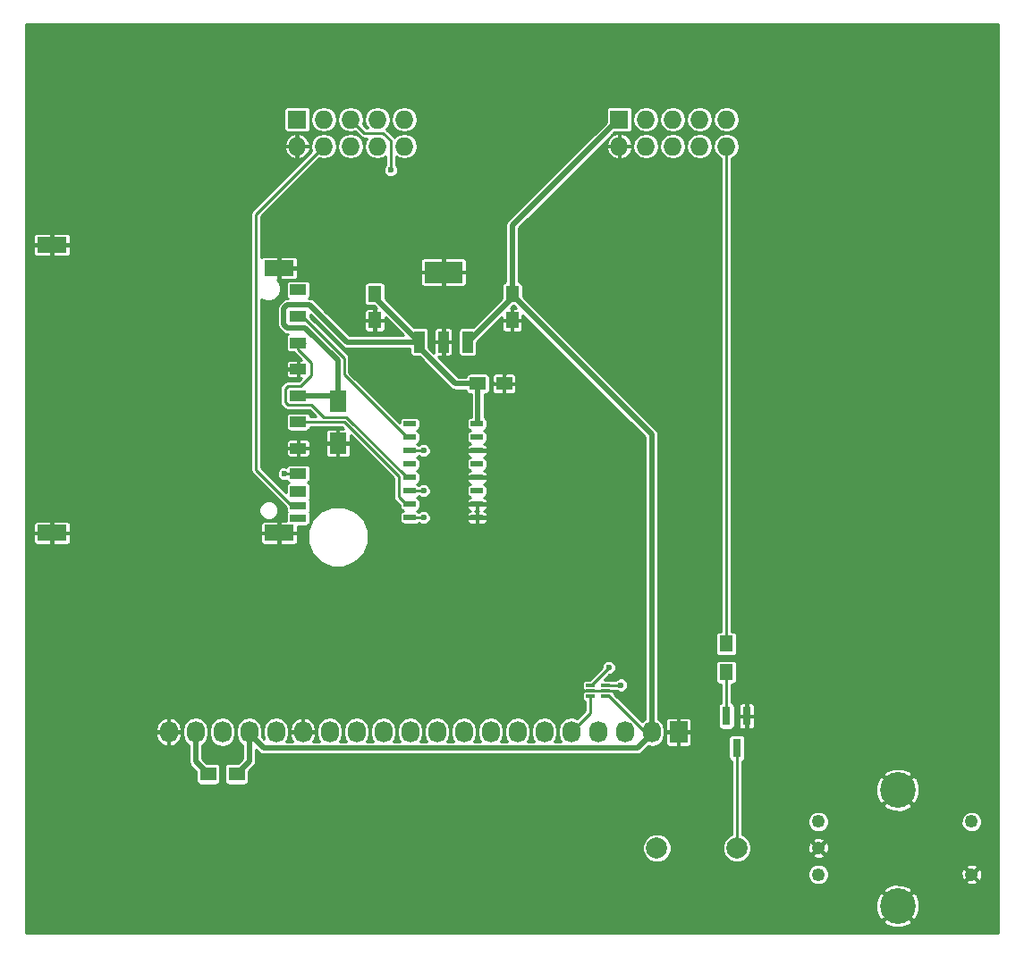
<source format=gbl>
G04 #@! TF.FileFunction,Copper,L2,Bot,Signal*
%FSLAX46Y46*%
G04 Gerber Fmt 4.6, Leading zero omitted, Abs format (unit mm)*
G04 Created by KiCad (PCBNEW 4.0.5+dfsg1-4) date Wed Apr 10 14:12:04 2019*
%MOMM*%
%LPD*%
G01*
G04 APERTURE LIST*
%ADD10C,0.100000*%
%ADD11C,1.250000*%
%ADD12C,3.375000*%
%ADD13R,0.850000X0.300000*%
%ADD14R,1.501140X0.701040*%
%ADD15R,1.501140X1.000760*%
%ADD16R,2.799080X1.501140*%
%ADD17R,1.016000X2.032000*%
%ADD18R,3.657600X2.032000*%
%ADD19R,1.143000X0.508000*%
%ADD20R,1.250000X1.500000*%
%ADD21R,1.500000X1.250000*%
%ADD22R,1.300000X1.500000*%
%ADD23R,1.600000X2.000000*%
%ADD24R,0.800100X1.800860*%
%ADD25O,1.727200X2.032000*%
%ADD26R,1.727200X2.032000*%
%ADD27O,1.727200X1.727200*%
%ADD28R,1.727200X1.727200*%
%ADD29C,4.150000*%
%ADD30R,1.500000X1.300000*%
%ADD31C,2.000000*%
%ADD32C,0.600000*%
%ADD33C,0.250000*%
%ADD34C,0.500000*%
%ADD35C,0.254000*%
G04 APERTURE END LIST*
D10*
D11*
X172500000Y-129000000D03*
X172500000Y-131500000D03*
X172500000Y-134000000D03*
D12*
X180000000Y-126000000D03*
X180000000Y-137000000D03*
D11*
X187000000Y-134000000D03*
X187000000Y-129000000D03*
D13*
X150913000Y-116086000D03*
X150913000Y-116586000D03*
X150913000Y-117086000D03*
X152363000Y-117086000D03*
X152363000Y-116586000D03*
X152363000Y-116086000D03*
D14*
X123250700Y-100250420D03*
X123250700Y-99049000D03*
D15*
X123250700Y-81124220D03*
D16*
X121449840Y-76549680D03*
X121449840Y-101649960D03*
X99948740Y-74350040D03*
X99948740Y-101649960D03*
D15*
X123250700Y-78624860D03*
X123250700Y-97751060D03*
X123250700Y-96049260D03*
X123250700Y-93626100D03*
X123250700Y-91124200D03*
X123250700Y-88624840D03*
X123250700Y-86125480D03*
X123250700Y-83626120D03*
D17*
X139286000Y-83552000D03*
X134714000Y-83552000D03*
X137000000Y-83552000D03*
D18*
X137000000Y-76948000D03*
D19*
X133825000Y-92575000D03*
X140175000Y-91305000D03*
X140175000Y-92575000D03*
X140175000Y-93845000D03*
X140175000Y-95115000D03*
X140175000Y-96385000D03*
X140175000Y-97655000D03*
X140175000Y-98925000D03*
X140175000Y-100195000D03*
X133825000Y-100195000D03*
X133825000Y-98925000D03*
X133825000Y-97655000D03*
X133825000Y-96385000D03*
X133825000Y-95115000D03*
X133825000Y-93845000D03*
X133825000Y-91305000D03*
D20*
X143500000Y-81500000D03*
X143500000Y-79000000D03*
X130500000Y-81500000D03*
X130500000Y-79000000D03*
D21*
X142750000Y-87500000D03*
X140250000Y-87500000D03*
D22*
X163750000Y-114850000D03*
X163750000Y-112150000D03*
D23*
X127000000Y-93150000D03*
X127000000Y-89150000D03*
D24*
X164750000Y-122001140D03*
X165700000Y-118998860D03*
X163800000Y-118998860D03*
D25*
X110990000Y-120500000D03*
X113530000Y-120500000D03*
X116070000Y-120500000D03*
X118610000Y-120500000D03*
X121150000Y-120500000D03*
X123690000Y-120500000D03*
X126230000Y-120500000D03*
X128770000Y-120500000D03*
X131310000Y-120500000D03*
X133850000Y-120500000D03*
X136390000Y-120500000D03*
X138930000Y-120500000D03*
X141470000Y-120500000D03*
X144010000Y-120500000D03*
X146550000Y-120500000D03*
X149090000Y-120500000D03*
X151630000Y-120500000D03*
X154170000Y-120500000D03*
X156710000Y-120500000D03*
D26*
X159250000Y-120500000D03*
D27*
X133300000Y-65000000D03*
X133300000Y-62460000D03*
X130760000Y-65000000D03*
X130760000Y-62460000D03*
X128220000Y-65000000D03*
X128220000Y-62460000D03*
X125680000Y-65000000D03*
X125680000Y-62460000D03*
X123140000Y-65000000D03*
D28*
X123140000Y-62460000D03*
D29*
X99500000Y-55500000D03*
X187500000Y-120500000D03*
X99500000Y-120500000D03*
D30*
X114717840Y-124495560D03*
X117417840Y-124495560D03*
D31*
X164799840Y-131500000D03*
X157200160Y-131500000D03*
D29*
X187500000Y-55500000D03*
D27*
X163800000Y-65000000D03*
X163800000Y-62460000D03*
X161260000Y-65000000D03*
X161260000Y-62460000D03*
X158720000Y-65000000D03*
X158720000Y-62460000D03*
X156180000Y-65000000D03*
X156180000Y-62460000D03*
X153640000Y-65000000D03*
D28*
X153640000Y-62460000D03*
D32*
X121920000Y-96050100D03*
X135115300Y-100195380D03*
X135115300Y-93845380D03*
X135115300Y-97655380D03*
X132000000Y-67250000D03*
X153800000Y-116050000D03*
X152650000Y-114400000D03*
D33*
X152363000Y-116586000D02*
X152986000Y-116586000D01*
X152986000Y-116586000D02*
X153100000Y-116700000D01*
X150913000Y-116586000D02*
X150314000Y-116586000D01*
X150314000Y-116586000D02*
X150300000Y-116600000D01*
X150913000Y-116586000D02*
X152363000Y-116586000D01*
D34*
X126523900Y-93626100D02*
X127000000Y-93150000D01*
X123885532Y-82200000D02*
X127000000Y-85314468D01*
X127000000Y-85314468D02*
X127000000Y-89150000D01*
X122200000Y-82200000D02*
X123885532Y-82200000D01*
X121900000Y-81900000D02*
X122200000Y-82200000D01*
X121900000Y-80350000D02*
X121900000Y-81900000D01*
X122200000Y-80050000D02*
X121900000Y-80350000D01*
X124350000Y-80050000D02*
X122200000Y-80050000D01*
X127852000Y-83552000D02*
X124350000Y-80050000D01*
X134714000Y-83552000D02*
X127852000Y-83552000D01*
X134714000Y-84060000D02*
X138154000Y-87500000D01*
X139000000Y-87500000D02*
X140250000Y-87500000D01*
X138154000Y-87500000D02*
X139000000Y-87500000D01*
X140250000Y-87500000D02*
X140250000Y-91230000D01*
X130500000Y-79338000D02*
X134714000Y-83552000D01*
X134714000Y-83552000D02*
X134714000Y-84060000D01*
X123000510Y-88624840D02*
X123250700Y-88624840D01*
X130500000Y-79000000D02*
X130500000Y-79338000D01*
X140250000Y-91230000D02*
X140175000Y-91305000D01*
X123250700Y-88624840D02*
X126474840Y-88624840D01*
X126474840Y-88624840D02*
X127000000Y-89150000D01*
X153640000Y-62460000D02*
X153540000Y-62460000D01*
X153540000Y-62460000D02*
X143500000Y-72500000D01*
X143500000Y-72500000D02*
X143500000Y-77750000D01*
X143500000Y-77750000D02*
X143500000Y-79000000D01*
X143500000Y-79338000D02*
X139286000Y-83552000D01*
X143500000Y-79125000D02*
X156710000Y-92335000D01*
X156710000Y-92335000D02*
X156710000Y-118984000D01*
X143500000Y-79000000D02*
X143500000Y-79125000D01*
X143500000Y-79000000D02*
X143500000Y-79338000D01*
X156710000Y-118984000D02*
X156710000Y-120500000D01*
X118610000Y-120500000D02*
X118610000Y-123303400D01*
X118610000Y-123303400D02*
X117417840Y-124495560D01*
D33*
X156052000Y-120500000D02*
X152638000Y-117086000D01*
X156710000Y-120500000D02*
X156052000Y-120500000D01*
X152638000Y-117086000D02*
X152363000Y-117086000D01*
X152363000Y-117086000D02*
X152589348Y-117086000D01*
X156710000Y-120500000D02*
X156710000Y-120347600D01*
X156710000Y-120500000D02*
X156710000Y-119810000D01*
D34*
X118610000Y-120652400D02*
X119973600Y-122016000D01*
X155346400Y-122016000D02*
X156710000Y-120652400D01*
X119973600Y-122016000D02*
X155346400Y-122016000D01*
X118610000Y-120500000D02*
X118610000Y-120652400D01*
D33*
X125680000Y-65000000D02*
X119250000Y-71430000D01*
X119250000Y-95650000D02*
X122649000Y-99049000D01*
X119250000Y-71430000D02*
X119250000Y-95650000D01*
X122649000Y-99049000D02*
X123250700Y-99049000D01*
D34*
X113530000Y-120500000D02*
X113530000Y-123307720D01*
X113530000Y-123307720D02*
X114717840Y-124495560D01*
D33*
X163800000Y-65000000D02*
X163800000Y-112100000D01*
X163800000Y-112100000D02*
X163750000Y-112150000D01*
X163800000Y-112100000D02*
X163750000Y-112150000D01*
X163800000Y-111450000D02*
X163750000Y-112150000D01*
X163750000Y-114850000D02*
X163750000Y-118948860D01*
X163750000Y-118948860D02*
X163800000Y-118998860D01*
X163750000Y-118948860D02*
X163800000Y-118998860D01*
X164750000Y-122001140D02*
X164750000Y-131450160D01*
X164750000Y-131450160D02*
X164799840Y-131500000D01*
X122250000Y-89500000D02*
X124500000Y-89500000D01*
X124500000Y-89500000D02*
X125674190Y-90674190D01*
X125674190Y-90674190D02*
X127796690Y-90674190D01*
X127796690Y-90674190D02*
X133507500Y-96385000D01*
X133507500Y-96385000D02*
X133825000Y-96385000D01*
X122500000Y-89500000D02*
X122250000Y-89500000D01*
X122500000Y-89500000D02*
X123250000Y-89500000D01*
X123250700Y-84250000D02*
X123250700Y-83626120D01*
X124500000Y-85500000D02*
X123250700Y-84250700D01*
X123500000Y-87750000D02*
X124500000Y-86750000D01*
X122000000Y-88000000D02*
X122250000Y-87750000D01*
X123250700Y-84250700D02*
X123250700Y-84250000D01*
X124500000Y-86750000D02*
X124500000Y-85500000D01*
X122250000Y-87750000D02*
X123500000Y-87750000D01*
X122000000Y-89250000D02*
X122000000Y-88000000D01*
X122250000Y-89500000D02*
X122000000Y-89250000D01*
X123250700Y-83626120D02*
X123876120Y-83626120D01*
X133825000Y-98925000D02*
X133475000Y-98925000D01*
X133475000Y-98925000D02*
X132750000Y-98200000D01*
X132750000Y-98200000D02*
X132750000Y-96263910D01*
X132750000Y-96263910D02*
X127610290Y-91124200D01*
X127610290Y-91124200D02*
X123250700Y-91124200D01*
X133825000Y-98925000D02*
X133507500Y-98925000D01*
X123250700Y-81124220D02*
X123622938Y-81124220D01*
X123622938Y-81124220D02*
X127575010Y-85076292D01*
X127575010Y-85076292D02*
X127575010Y-86642510D01*
X133507500Y-92575000D02*
X133825000Y-92575000D01*
X127575010Y-86642510D02*
X133507500Y-92575000D01*
X121920840Y-96049260D02*
X121920000Y-96050100D01*
X123250700Y-96049260D02*
X121920840Y-96049260D01*
X135114920Y-100195000D02*
X135115300Y-100195380D01*
X133825000Y-100195000D02*
X135114920Y-100195000D01*
X135114920Y-93845000D02*
X135115300Y-93845380D01*
X133825000Y-93845000D02*
X135114920Y-93845000D01*
X135114920Y-97655000D02*
X135115300Y-97655380D01*
X133825000Y-97655000D02*
X135114920Y-97655000D01*
X128220000Y-62460000D02*
X129510000Y-63750000D01*
X131269130Y-63750000D02*
X132000000Y-64480870D01*
X129510000Y-63750000D02*
X131269130Y-63750000D01*
X132000000Y-64480870D02*
X132000000Y-67250000D01*
X152363000Y-116086000D02*
X153764000Y-116086000D01*
X153764000Y-116086000D02*
X153800000Y-116050000D01*
X150913000Y-117086000D02*
X150913000Y-118677000D01*
X150913000Y-118677000D02*
X149090000Y-120500000D01*
X150913000Y-116086000D02*
X150964000Y-116086000D01*
X150964000Y-116086000D02*
X152650000Y-114400000D01*
D35*
G36*
X189544000Y-139544000D02*
X97456000Y-139544000D01*
X97456000Y-138468147D01*
X178621656Y-138468147D01*
X178812281Y-138742788D01*
X179569627Y-139064646D01*
X180392493Y-139072181D01*
X181155606Y-138764246D01*
X181187719Y-138742788D01*
X181378344Y-138468147D01*
X180000000Y-137089803D01*
X178621656Y-138468147D01*
X97456000Y-138468147D01*
X97456000Y-137392493D01*
X177927819Y-137392493D01*
X178235754Y-138155606D01*
X178257212Y-138187719D01*
X178531853Y-138378344D01*
X179910197Y-137000000D01*
X180089803Y-137000000D01*
X181468147Y-138378344D01*
X181742788Y-138187719D01*
X182064646Y-137430373D01*
X182072181Y-136607507D01*
X181764246Y-135844394D01*
X181742788Y-135812281D01*
X181468147Y-135621656D01*
X180089803Y-137000000D01*
X179910197Y-137000000D01*
X178531853Y-135621656D01*
X178257212Y-135812281D01*
X177935354Y-136569627D01*
X177927819Y-137392493D01*
X97456000Y-137392493D01*
X97456000Y-135531853D01*
X178621656Y-135531853D01*
X180000000Y-136910197D01*
X181378344Y-135531853D01*
X181187719Y-135257212D01*
X180430373Y-134935354D01*
X179607507Y-134927819D01*
X178844394Y-135235754D01*
X178812281Y-135257212D01*
X178621656Y-135531853D01*
X97456000Y-135531853D01*
X97456000Y-134199228D01*
X171493825Y-134199228D01*
X171646657Y-134569109D01*
X171929403Y-134852348D01*
X172299016Y-135005825D01*
X172699228Y-135006175D01*
X173069109Y-134853343D01*
X173221416Y-134701301D01*
X186388501Y-134701301D01*
X186449633Y-134865549D01*
X186822758Y-135010279D01*
X187222867Y-135001203D01*
X187550367Y-134865549D01*
X187611499Y-134701301D01*
X187000000Y-134089803D01*
X186388501Y-134701301D01*
X173221416Y-134701301D01*
X173352348Y-134570597D01*
X173505825Y-134200984D01*
X173506155Y-133822758D01*
X185989721Y-133822758D01*
X185998797Y-134222867D01*
X186134451Y-134550367D01*
X186298699Y-134611499D01*
X186910197Y-134000000D01*
X187089803Y-134000000D01*
X187701301Y-134611499D01*
X187865549Y-134550367D01*
X188010279Y-134177242D01*
X188001203Y-133777133D01*
X187865549Y-133449633D01*
X187701301Y-133388501D01*
X187089803Y-134000000D01*
X186910197Y-134000000D01*
X186298699Y-133388501D01*
X186134451Y-133449633D01*
X185989721Y-133822758D01*
X173506155Y-133822758D01*
X173506175Y-133800772D01*
X173353343Y-133430891D01*
X173221382Y-133298699D01*
X186388501Y-133298699D01*
X187000000Y-133910197D01*
X187611499Y-133298699D01*
X187550367Y-133134451D01*
X187177242Y-132989721D01*
X186777133Y-132998797D01*
X186449633Y-133134451D01*
X186388501Y-133298699D01*
X173221382Y-133298699D01*
X173070597Y-133147652D01*
X172700984Y-132994175D01*
X172300772Y-132993825D01*
X171930891Y-133146657D01*
X171647652Y-133429403D01*
X171494175Y-133799016D01*
X171493825Y-134199228D01*
X97456000Y-134199228D01*
X97456000Y-131773493D01*
X155818921Y-131773493D01*
X156028723Y-132281251D01*
X156416865Y-132670072D01*
X156924257Y-132880759D01*
X157473653Y-132881239D01*
X157981411Y-132671437D01*
X158370232Y-132283295D01*
X158580919Y-131775903D01*
X158580921Y-131773493D01*
X163418601Y-131773493D01*
X163628403Y-132281251D01*
X164016545Y-132670072D01*
X164523937Y-132880759D01*
X165073333Y-132881239D01*
X165581091Y-132671437D01*
X165969912Y-132283295D01*
X166003958Y-132201301D01*
X171888501Y-132201301D01*
X171949633Y-132365549D01*
X172322758Y-132510279D01*
X172722867Y-132501203D01*
X173050367Y-132365549D01*
X173111499Y-132201301D01*
X172500000Y-131589803D01*
X171888501Y-132201301D01*
X166003958Y-132201301D01*
X166180599Y-131775903D01*
X166180994Y-131322758D01*
X171489721Y-131322758D01*
X171498797Y-131722867D01*
X171634451Y-132050367D01*
X171798699Y-132111499D01*
X172410197Y-131500000D01*
X172589803Y-131500000D01*
X173201301Y-132111499D01*
X173365549Y-132050367D01*
X173510279Y-131677242D01*
X173501203Y-131277133D01*
X173365549Y-130949633D01*
X173201301Y-130888501D01*
X172589803Y-131500000D01*
X172410197Y-131500000D01*
X171798699Y-130888501D01*
X171634451Y-130949633D01*
X171489721Y-131322758D01*
X166180994Y-131322758D01*
X166181079Y-131226507D01*
X166004312Y-130798699D01*
X171888501Y-130798699D01*
X172500000Y-131410197D01*
X173111499Y-130798699D01*
X173050367Y-130634451D01*
X172677242Y-130489721D01*
X172277133Y-130498797D01*
X171949633Y-130634451D01*
X171888501Y-130798699D01*
X166004312Y-130798699D01*
X165971277Y-130718749D01*
X165583135Y-130329928D01*
X165256000Y-130194090D01*
X165256000Y-129199228D01*
X171493825Y-129199228D01*
X171646657Y-129569109D01*
X171929403Y-129852348D01*
X172299016Y-130005825D01*
X172699228Y-130006175D01*
X173069109Y-129853343D01*
X173352348Y-129570597D01*
X173505825Y-129200984D01*
X173505826Y-129199228D01*
X185993825Y-129199228D01*
X186146657Y-129569109D01*
X186429403Y-129852348D01*
X186799016Y-130005825D01*
X187199228Y-130006175D01*
X187569109Y-129853343D01*
X187852348Y-129570597D01*
X188005825Y-129200984D01*
X188006175Y-128800772D01*
X187853343Y-128430891D01*
X187570597Y-128147652D01*
X187200984Y-127994175D01*
X186800772Y-127993825D01*
X186430891Y-128146657D01*
X186147652Y-128429403D01*
X185994175Y-128799016D01*
X185993825Y-129199228D01*
X173505826Y-129199228D01*
X173506175Y-128800772D01*
X173353343Y-128430891D01*
X173070597Y-128147652D01*
X172700984Y-127994175D01*
X172300772Y-127993825D01*
X171930891Y-128146657D01*
X171647652Y-128429403D01*
X171494175Y-128799016D01*
X171493825Y-129199228D01*
X165256000Y-129199228D01*
X165256000Y-127468147D01*
X178621656Y-127468147D01*
X178812281Y-127742788D01*
X179569627Y-128064646D01*
X180392493Y-128072181D01*
X181155606Y-127764246D01*
X181187719Y-127742788D01*
X181378344Y-127468147D01*
X180000000Y-126089803D01*
X178621656Y-127468147D01*
X165256000Y-127468147D01*
X165256000Y-126392493D01*
X177927819Y-126392493D01*
X178235754Y-127155606D01*
X178257212Y-127187719D01*
X178531853Y-127378344D01*
X179910197Y-126000000D01*
X180089803Y-126000000D01*
X181468147Y-127378344D01*
X181742788Y-127187719D01*
X182064646Y-126430373D01*
X182072181Y-125607507D01*
X181764246Y-124844394D01*
X181742788Y-124812281D01*
X181468147Y-124621656D01*
X180089803Y-126000000D01*
X179910197Y-126000000D01*
X178531853Y-124621656D01*
X178257212Y-124812281D01*
X177935354Y-125569627D01*
X177927819Y-126392493D01*
X165256000Y-126392493D01*
X165256000Y-124531853D01*
X178621656Y-124531853D01*
X180000000Y-125910197D01*
X181378344Y-124531853D01*
X181187719Y-124257212D01*
X180430373Y-123935354D01*
X179607507Y-123927819D01*
X178844394Y-124235754D01*
X178812281Y-124257212D01*
X178621656Y-124531853D01*
X165256000Y-124531853D01*
X165256000Y-123270098D01*
X165291240Y-123263467D01*
X165420915Y-123180024D01*
X165507909Y-123052704D01*
X165538514Y-122901570D01*
X165538514Y-121100710D01*
X165511947Y-120959520D01*
X165428504Y-120829845D01*
X165301184Y-120742851D01*
X165150050Y-120712246D01*
X164349950Y-120712246D01*
X164208760Y-120738813D01*
X164079085Y-120822256D01*
X163992091Y-120949576D01*
X163961486Y-121100710D01*
X163961486Y-122901570D01*
X163988053Y-123042760D01*
X164071496Y-123172435D01*
X164198816Y-123259429D01*
X164244000Y-123268579D01*
X164244000Y-130235425D01*
X164018589Y-130328563D01*
X163629768Y-130716705D01*
X163419081Y-131224097D01*
X163418601Y-131773493D01*
X158580921Y-131773493D01*
X158581399Y-131226507D01*
X158371597Y-130718749D01*
X157983455Y-130329928D01*
X157476063Y-130119241D01*
X156926667Y-130118761D01*
X156418909Y-130328563D01*
X156030088Y-130716705D01*
X155819401Y-131224097D01*
X155818921Y-131773493D01*
X97456000Y-131773493D01*
X97456000Y-120563500D01*
X109745400Y-120563500D01*
X109745400Y-120715900D01*
X109864440Y-121187354D01*
X110154836Y-121577366D01*
X110572378Y-121826561D01*
X110732837Y-121870142D01*
X110926500Y-121799995D01*
X110926500Y-120563500D01*
X111053500Y-120563500D01*
X111053500Y-121799995D01*
X111247163Y-121870142D01*
X111407622Y-121826561D01*
X111825164Y-121577366D01*
X112115560Y-121187354D01*
X112234600Y-120715900D01*
X112234600Y-120563500D01*
X111053500Y-120563500D01*
X110926500Y-120563500D01*
X109745400Y-120563500D01*
X97456000Y-120563500D01*
X97456000Y-120284100D01*
X109745400Y-120284100D01*
X109745400Y-120436500D01*
X110926500Y-120436500D01*
X110926500Y-119200005D01*
X111053500Y-119200005D01*
X111053500Y-120436500D01*
X112234600Y-120436500D01*
X112234600Y-120320231D01*
X112285400Y-120320231D01*
X112285400Y-120679769D01*
X112380140Y-121156057D01*
X112649935Y-121559834D01*
X112899000Y-121726254D01*
X112899000Y-123307720D01*
X112946173Y-123544873D01*
X112947032Y-123549193D01*
X113083816Y-123753904D01*
X113579376Y-124249464D01*
X113579376Y-125145560D01*
X113605943Y-125286750D01*
X113689386Y-125416425D01*
X113816706Y-125503419D01*
X113967840Y-125534024D01*
X115467840Y-125534024D01*
X115609030Y-125507457D01*
X115738705Y-125424014D01*
X115825699Y-125296694D01*
X115856304Y-125145560D01*
X115856304Y-123845560D01*
X116279376Y-123845560D01*
X116279376Y-125145560D01*
X116305943Y-125286750D01*
X116389386Y-125416425D01*
X116516706Y-125503419D01*
X116667840Y-125534024D01*
X118167840Y-125534024D01*
X118309030Y-125507457D01*
X118438705Y-125424014D01*
X118525699Y-125296694D01*
X118556304Y-125145560D01*
X118556304Y-124249464D01*
X119056184Y-123749584D01*
X119192968Y-123544873D01*
X119241000Y-123303400D01*
X119241000Y-122175769D01*
X119527416Y-122462185D01*
X119732127Y-122598968D01*
X119973600Y-122647000D01*
X155346400Y-122647000D01*
X155587873Y-122598968D01*
X155792584Y-122462184D01*
X156393379Y-121861389D01*
X156710000Y-121924369D01*
X157186288Y-121829629D01*
X157590065Y-121559834D01*
X157859860Y-121156057D01*
X157954600Y-120679769D01*
X157954600Y-120658750D01*
X158005400Y-120658750D01*
X158005400Y-121591786D01*
X158063404Y-121731820D01*
X158170581Y-121838996D01*
X158310615Y-121897000D01*
X159091250Y-121897000D01*
X159186500Y-121801750D01*
X159186500Y-120563500D01*
X159313500Y-120563500D01*
X159313500Y-121801750D01*
X159408750Y-121897000D01*
X160189385Y-121897000D01*
X160329419Y-121838996D01*
X160436596Y-121731820D01*
X160494600Y-121591786D01*
X160494600Y-120658750D01*
X160399350Y-120563500D01*
X159313500Y-120563500D01*
X159186500Y-120563500D01*
X158100650Y-120563500D01*
X158005400Y-120658750D01*
X157954600Y-120658750D01*
X157954600Y-120320231D01*
X157859860Y-119843943D01*
X157590065Y-119440166D01*
X157542246Y-119408214D01*
X158005400Y-119408214D01*
X158005400Y-120341250D01*
X158100650Y-120436500D01*
X159186500Y-120436500D01*
X159186500Y-119198250D01*
X159313500Y-119198250D01*
X159313500Y-120436500D01*
X160399350Y-120436500D01*
X160494600Y-120341250D01*
X160494600Y-119408214D01*
X160436596Y-119268180D01*
X160329419Y-119161004D01*
X160189385Y-119103000D01*
X159408750Y-119103000D01*
X159313500Y-119198250D01*
X159186500Y-119198250D01*
X159091250Y-119103000D01*
X158310615Y-119103000D01*
X158170581Y-119161004D01*
X158063404Y-119268180D01*
X158005400Y-119408214D01*
X157542246Y-119408214D01*
X157341000Y-119273746D01*
X157341000Y-114100000D01*
X162711536Y-114100000D01*
X162711536Y-115600000D01*
X162738103Y-115741190D01*
X162821546Y-115870865D01*
X162948866Y-115957859D01*
X163100000Y-115988464D01*
X163244000Y-115988464D01*
X163244000Y-117746031D01*
X163129085Y-117819976D01*
X163042091Y-117947296D01*
X163011486Y-118098430D01*
X163011486Y-119899290D01*
X163038053Y-120040480D01*
X163121496Y-120170155D01*
X163248816Y-120257149D01*
X163399950Y-120287754D01*
X164200050Y-120287754D01*
X164341240Y-120261187D01*
X164470915Y-120177744D01*
X164557909Y-120050424D01*
X164588514Y-119899290D01*
X164588514Y-119157610D01*
X164918950Y-119157610D01*
X164918950Y-119975075D01*
X164976954Y-120115109D01*
X165084130Y-120222286D01*
X165224164Y-120280290D01*
X165541250Y-120280290D01*
X165636500Y-120185040D01*
X165636500Y-119062360D01*
X165763500Y-119062360D01*
X165763500Y-120185040D01*
X165858750Y-120280290D01*
X166175836Y-120280290D01*
X166315870Y-120222286D01*
X166423046Y-120115109D01*
X166481050Y-119975075D01*
X166481050Y-119157610D01*
X166385800Y-119062360D01*
X165763500Y-119062360D01*
X165636500Y-119062360D01*
X165014200Y-119062360D01*
X164918950Y-119157610D01*
X164588514Y-119157610D01*
X164588514Y-118098430D01*
X164574254Y-118022645D01*
X164918950Y-118022645D01*
X164918950Y-118840110D01*
X165014200Y-118935360D01*
X165636500Y-118935360D01*
X165636500Y-117812680D01*
X165763500Y-117812680D01*
X165763500Y-118935360D01*
X166385800Y-118935360D01*
X166481050Y-118840110D01*
X166481050Y-118022645D01*
X166423046Y-117882611D01*
X166315870Y-117775434D01*
X166175836Y-117717430D01*
X165858750Y-117717430D01*
X165763500Y-117812680D01*
X165636500Y-117812680D01*
X165541250Y-117717430D01*
X165224164Y-117717430D01*
X165084130Y-117775434D01*
X164976954Y-117882611D01*
X164918950Y-118022645D01*
X164574254Y-118022645D01*
X164561947Y-117957240D01*
X164478504Y-117827565D01*
X164351184Y-117740571D01*
X164256000Y-117721296D01*
X164256000Y-115988464D01*
X164400000Y-115988464D01*
X164541190Y-115961897D01*
X164670865Y-115878454D01*
X164757859Y-115751134D01*
X164788464Y-115600000D01*
X164788464Y-114100000D01*
X164761897Y-113958810D01*
X164678454Y-113829135D01*
X164551134Y-113742141D01*
X164400000Y-113711536D01*
X163100000Y-113711536D01*
X162958810Y-113738103D01*
X162829135Y-113821546D01*
X162742141Y-113948866D01*
X162711536Y-114100000D01*
X157341000Y-114100000D01*
X157341000Y-92335000D01*
X157292968Y-92093527D01*
X157292968Y-92093526D01*
X157156184Y-91888816D01*
X144513464Y-79246096D01*
X144513464Y-78250000D01*
X144486897Y-78108810D01*
X144403454Y-77979135D01*
X144276134Y-77892141D01*
X144131000Y-77862751D01*
X144131000Y-72761368D01*
X151635205Y-65257163D01*
X152422258Y-65257163D01*
X152597079Y-65679235D01*
X152936399Y-66026640D01*
X153382836Y-66217748D01*
X153576500Y-66147735D01*
X153576500Y-65063500D01*
X153703500Y-65063500D01*
X153703500Y-66147735D01*
X153897164Y-66217748D01*
X154343601Y-66026640D01*
X154682921Y-65679235D01*
X154857742Y-65257163D01*
X154787595Y-65063500D01*
X153703500Y-65063500D01*
X153576500Y-65063500D01*
X152492405Y-65063500D01*
X152422258Y-65257163D01*
X151635205Y-65257163D01*
X151892368Y-65000000D01*
X154911017Y-65000000D01*
X155005757Y-65476288D01*
X155275552Y-65880065D01*
X155679329Y-66149860D01*
X156155617Y-66244600D01*
X156204383Y-66244600D01*
X156680671Y-66149860D01*
X157084448Y-65880065D01*
X157354243Y-65476288D01*
X157448983Y-65000000D01*
X157451017Y-65000000D01*
X157545757Y-65476288D01*
X157815552Y-65880065D01*
X158219329Y-66149860D01*
X158695617Y-66244600D01*
X158744383Y-66244600D01*
X159220671Y-66149860D01*
X159624448Y-65880065D01*
X159894243Y-65476288D01*
X159988983Y-65000000D01*
X159991017Y-65000000D01*
X160085757Y-65476288D01*
X160355552Y-65880065D01*
X160759329Y-66149860D01*
X161235617Y-66244600D01*
X161284383Y-66244600D01*
X161760671Y-66149860D01*
X162164448Y-65880065D01*
X162434243Y-65476288D01*
X162528983Y-65000000D01*
X162531017Y-65000000D01*
X162625757Y-65476288D01*
X162895552Y-65880065D01*
X163294000Y-66146299D01*
X163294000Y-111011536D01*
X163100000Y-111011536D01*
X162958810Y-111038103D01*
X162829135Y-111121546D01*
X162742141Y-111248866D01*
X162711536Y-111400000D01*
X162711536Y-112900000D01*
X162738103Y-113041190D01*
X162821546Y-113170865D01*
X162948866Y-113257859D01*
X163100000Y-113288464D01*
X164400000Y-113288464D01*
X164541190Y-113261897D01*
X164670865Y-113178454D01*
X164757859Y-113051134D01*
X164788464Y-112900000D01*
X164788464Y-111400000D01*
X164761897Y-111258810D01*
X164678454Y-111129135D01*
X164551134Y-111042141D01*
X164400000Y-111011536D01*
X164306000Y-111011536D01*
X164306000Y-66146299D01*
X164704448Y-65880065D01*
X164974243Y-65476288D01*
X165068983Y-65000000D01*
X164974243Y-64523712D01*
X164704448Y-64119935D01*
X164300671Y-63850140D01*
X163824383Y-63755400D01*
X163775617Y-63755400D01*
X163299329Y-63850140D01*
X162895552Y-64119935D01*
X162625757Y-64523712D01*
X162531017Y-65000000D01*
X162528983Y-65000000D01*
X162434243Y-64523712D01*
X162164448Y-64119935D01*
X161760671Y-63850140D01*
X161284383Y-63755400D01*
X161235617Y-63755400D01*
X160759329Y-63850140D01*
X160355552Y-64119935D01*
X160085757Y-64523712D01*
X159991017Y-65000000D01*
X159988983Y-65000000D01*
X159894243Y-64523712D01*
X159624448Y-64119935D01*
X159220671Y-63850140D01*
X158744383Y-63755400D01*
X158695617Y-63755400D01*
X158219329Y-63850140D01*
X157815552Y-64119935D01*
X157545757Y-64523712D01*
X157451017Y-65000000D01*
X157448983Y-65000000D01*
X157354243Y-64523712D01*
X157084448Y-64119935D01*
X156680671Y-63850140D01*
X156204383Y-63755400D01*
X156155617Y-63755400D01*
X155679329Y-63850140D01*
X155275552Y-64119935D01*
X155005757Y-64523712D01*
X154911017Y-65000000D01*
X151892368Y-65000000D01*
X152149531Y-64742837D01*
X152422258Y-64742837D01*
X152492405Y-64936500D01*
X153576500Y-64936500D01*
X153576500Y-63852265D01*
X153703500Y-63852265D01*
X153703500Y-64936500D01*
X154787595Y-64936500D01*
X154857742Y-64742837D01*
X154682921Y-64320765D01*
X154343601Y-63973360D01*
X153897164Y-63782252D01*
X153703500Y-63852265D01*
X153576500Y-63852265D01*
X153382836Y-63782252D01*
X152936399Y-63973360D01*
X152597079Y-64320765D01*
X152422258Y-64742837D01*
X152149531Y-64742837D01*
X153180304Y-63712064D01*
X154503600Y-63712064D01*
X154644790Y-63685497D01*
X154774465Y-63602054D01*
X154861459Y-63474734D01*
X154892064Y-63323600D01*
X154892064Y-62460000D01*
X154911017Y-62460000D01*
X155005757Y-62936288D01*
X155275552Y-63340065D01*
X155679329Y-63609860D01*
X156155617Y-63704600D01*
X156204383Y-63704600D01*
X156680671Y-63609860D01*
X157084448Y-63340065D01*
X157354243Y-62936288D01*
X157448983Y-62460000D01*
X157451017Y-62460000D01*
X157545757Y-62936288D01*
X157815552Y-63340065D01*
X158219329Y-63609860D01*
X158695617Y-63704600D01*
X158744383Y-63704600D01*
X159220671Y-63609860D01*
X159624448Y-63340065D01*
X159894243Y-62936288D01*
X159988983Y-62460000D01*
X159991017Y-62460000D01*
X160085757Y-62936288D01*
X160355552Y-63340065D01*
X160759329Y-63609860D01*
X161235617Y-63704600D01*
X161284383Y-63704600D01*
X161760671Y-63609860D01*
X162164448Y-63340065D01*
X162434243Y-62936288D01*
X162528983Y-62460000D01*
X162531017Y-62460000D01*
X162625757Y-62936288D01*
X162895552Y-63340065D01*
X163299329Y-63609860D01*
X163775617Y-63704600D01*
X163824383Y-63704600D01*
X164300671Y-63609860D01*
X164704448Y-63340065D01*
X164974243Y-62936288D01*
X165068983Y-62460000D01*
X164974243Y-61983712D01*
X164704448Y-61579935D01*
X164300671Y-61310140D01*
X163824383Y-61215400D01*
X163775617Y-61215400D01*
X163299329Y-61310140D01*
X162895552Y-61579935D01*
X162625757Y-61983712D01*
X162531017Y-62460000D01*
X162528983Y-62460000D01*
X162434243Y-61983712D01*
X162164448Y-61579935D01*
X161760671Y-61310140D01*
X161284383Y-61215400D01*
X161235617Y-61215400D01*
X160759329Y-61310140D01*
X160355552Y-61579935D01*
X160085757Y-61983712D01*
X159991017Y-62460000D01*
X159988983Y-62460000D01*
X159894243Y-61983712D01*
X159624448Y-61579935D01*
X159220671Y-61310140D01*
X158744383Y-61215400D01*
X158695617Y-61215400D01*
X158219329Y-61310140D01*
X157815552Y-61579935D01*
X157545757Y-61983712D01*
X157451017Y-62460000D01*
X157448983Y-62460000D01*
X157354243Y-61983712D01*
X157084448Y-61579935D01*
X156680671Y-61310140D01*
X156204383Y-61215400D01*
X156155617Y-61215400D01*
X155679329Y-61310140D01*
X155275552Y-61579935D01*
X155005757Y-61983712D01*
X154911017Y-62460000D01*
X154892064Y-62460000D01*
X154892064Y-61596400D01*
X154865497Y-61455210D01*
X154782054Y-61325535D01*
X154654734Y-61238541D01*
X154503600Y-61207936D01*
X152776400Y-61207936D01*
X152635210Y-61234503D01*
X152505535Y-61317946D01*
X152418541Y-61445266D01*
X152387936Y-61596400D01*
X152387936Y-62719696D01*
X143053816Y-72053816D01*
X142917032Y-72258527D01*
X142869000Y-72500000D01*
X142869000Y-77862665D01*
X142733810Y-77888103D01*
X142604135Y-77971546D01*
X142517141Y-78098866D01*
X142486536Y-78250000D01*
X142486536Y-79459096D01*
X139797406Y-82148226D01*
X139794000Y-82147536D01*
X138778000Y-82147536D01*
X138636810Y-82174103D01*
X138507135Y-82257546D01*
X138420141Y-82384866D01*
X138389536Y-82536000D01*
X138389536Y-84568000D01*
X138416103Y-84709190D01*
X138499546Y-84838865D01*
X138626866Y-84925859D01*
X138778000Y-84956464D01*
X139794000Y-84956464D01*
X139935190Y-84929897D01*
X140064865Y-84846454D01*
X140151859Y-84719134D01*
X140182464Y-84568000D01*
X140182464Y-83547904D01*
X142071618Y-81658750D01*
X142494000Y-81658750D01*
X142494000Y-82325786D01*
X142552004Y-82465820D01*
X142659181Y-82572996D01*
X142799215Y-82631000D01*
X143341250Y-82631000D01*
X143436500Y-82535750D01*
X143436500Y-81563500D01*
X143563500Y-81563500D01*
X143563500Y-82535750D01*
X143658750Y-82631000D01*
X144200785Y-82631000D01*
X144340819Y-82572996D01*
X144447996Y-82465820D01*
X144506000Y-82325786D01*
X144506000Y-81658750D01*
X144410750Y-81563500D01*
X143563500Y-81563500D01*
X143436500Y-81563500D01*
X142589250Y-81563500D01*
X142494000Y-81658750D01*
X142071618Y-81658750D01*
X142494000Y-81236368D01*
X142494000Y-81341250D01*
X142589250Y-81436500D01*
X143436500Y-81436500D01*
X143436500Y-80464250D01*
X143351309Y-80379059D01*
X143591904Y-80138464D01*
X143621096Y-80138464D01*
X143851632Y-80369000D01*
X143658750Y-80369000D01*
X143563500Y-80464250D01*
X143563500Y-81436500D01*
X144410750Y-81436500D01*
X144506000Y-81341250D01*
X144506000Y-81023368D01*
X156079000Y-92596368D01*
X156079000Y-119273746D01*
X155829935Y-119440166D01*
X155780998Y-119513406D01*
X153170176Y-116902584D01*
X153158061Y-116838196D01*
X153169000Y-116811786D01*
X153169000Y-116744750D01*
X153073752Y-116649502D01*
X153169000Y-116649502D01*
X153169000Y-116592000D01*
X153378815Y-116592000D01*
X153413741Y-116626987D01*
X153663946Y-116730882D01*
X153934865Y-116731118D01*
X154185252Y-116627661D01*
X154376987Y-116436259D01*
X154480882Y-116186054D01*
X154481118Y-115915135D01*
X154377661Y-115664748D01*
X154186259Y-115473013D01*
X153936054Y-115369118D01*
X153665135Y-115368882D01*
X153414748Y-115472339D01*
X153306900Y-115580000D01*
X152941855Y-115580000D01*
X152939134Y-115578141D01*
X152788000Y-115547536D01*
X152218056Y-115547536D01*
X152684561Y-115081031D01*
X152784865Y-115081118D01*
X153035252Y-114977661D01*
X153226987Y-114786259D01*
X153330882Y-114536054D01*
X153331118Y-114265135D01*
X153227661Y-114014748D01*
X153036259Y-113823013D01*
X152786054Y-113719118D01*
X152515135Y-113718882D01*
X152264748Y-113822339D01*
X152073013Y-114013741D01*
X151969118Y-114263946D01*
X151969030Y-114365378D01*
X150786872Y-115547536D01*
X150488000Y-115547536D01*
X150346810Y-115574103D01*
X150217135Y-115657546D01*
X150130141Y-115784866D01*
X150099536Y-115936000D01*
X150099536Y-116236000D01*
X150117939Y-116333804D01*
X150107000Y-116360214D01*
X150107000Y-116427250D01*
X150202250Y-116522500D01*
X150232429Y-116522500D01*
X150326798Y-116586980D01*
X150229639Y-116649500D01*
X150202250Y-116649500D01*
X150107000Y-116744750D01*
X150107000Y-116811786D01*
X150118881Y-116840470D01*
X150099536Y-116936000D01*
X150099536Y-117236000D01*
X150126103Y-117377190D01*
X150209546Y-117506865D01*
X150336866Y-117593859D01*
X150407000Y-117608061D01*
X150407000Y-118467408D01*
X149648863Y-119225545D01*
X149566288Y-119170371D01*
X149090000Y-119075631D01*
X148613712Y-119170371D01*
X148209935Y-119440166D01*
X147940140Y-119843943D01*
X147845400Y-120320231D01*
X147845400Y-120679769D01*
X147940140Y-121156057D01*
X148093115Y-121385000D01*
X147546885Y-121385000D01*
X147699860Y-121156057D01*
X147794600Y-120679769D01*
X147794600Y-120320231D01*
X147699860Y-119843943D01*
X147430065Y-119440166D01*
X147026288Y-119170371D01*
X146550000Y-119075631D01*
X146073712Y-119170371D01*
X145669935Y-119440166D01*
X145400140Y-119843943D01*
X145305400Y-120320231D01*
X145305400Y-120679769D01*
X145400140Y-121156057D01*
X145553115Y-121385000D01*
X145006885Y-121385000D01*
X145159860Y-121156057D01*
X145254600Y-120679769D01*
X145254600Y-120320231D01*
X145159860Y-119843943D01*
X144890065Y-119440166D01*
X144486288Y-119170371D01*
X144010000Y-119075631D01*
X143533712Y-119170371D01*
X143129935Y-119440166D01*
X142860140Y-119843943D01*
X142765400Y-120320231D01*
X142765400Y-120679769D01*
X142860140Y-121156057D01*
X143013115Y-121385000D01*
X142466885Y-121385000D01*
X142619860Y-121156057D01*
X142714600Y-120679769D01*
X142714600Y-120320231D01*
X142619860Y-119843943D01*
X142350065Y-119440166D01*
X141946288Y-119170371D01*
X141470000Y-119075631D01*
X140993712Y-119170371D01*
X140589935Y-119440166D01*
X140320140Y-119843943D01*
X140225400Y-120320231D01*
X140225400Y-120679769D01*
X140320140Y-121156057D01*
X140473115Y-121385000D01*
X139926885Y-121385000D01*
X140079860Y-121156057D01*
X140174600Y-120679769D01*
X140174600Y-120320231D01*
X140079860Y-119843943D01*
X139810065Y-119440166D01*
X139406288Y-119170371D01*
X138930000Y-119075631D01*
X138453712Y-119170371D01*
X138049935Y-119440166D01*
X137780140Y-119843943D01*
X137685400Y-120320231D01*
X137685400Y-120679769D01*
X137780140Y-121156057D01*
X137933115Y-121385000D01*
X137386885Y-121385000D01*
X137539860Y-121156057D01*
X137634600Y-120679769D01*
X137634600Y-120320231D01*
X137539860Y-119843943D01*
X137270065Y-119440166D01*
X136866288Y-119170371D01*
X136390000Y-119075631D01*
X135913712Y-119170371D01*
X135509935Y-119440166D01*
X135240140Y-119843943D01*
X135145400Y-120320231D01*
X135145400Y-120679769D01*
X135240140Y-121156057D01*
X135393115Y-121385000D01*
X134846885Y-121385000D01*
X134999860Y-121156057D01*
X135094600Y-120679769D01*
X135094600Y-120320231D01*
X134999860Y-119843943D01*
X134730065Y-119440166D01*
X134326288Y-119170371D01*
X133850000Y-119075631D01*
X133373712Y-119170371D01*
X132969935Y-119440166D01*
X132700140Y-119843943D01*
X132605400Y-120320231D01*
X132605400Y-120679769D01*
X132700140Y-121156057D01*
X132853115Y-121385000D01*
X132306885Y-121385000D01*
X132459860Y-121156057D01*
X132554600Y-120679769D01*
X132554600Y-120320231D01*
X132459860Y-119843943D01*
X132190065Y-119440166D01*
X131786288Y-119170371D01*
X131310000Y-119075631D01*
X130833712Y-119170371D01*
X130429935Y-119440166D01*
X130160140Y-119843943D01*
X130065400Y-120320231D01*
X130065400Y-120679769D01*
X130160140Y-121156057D01*
X130313115Y-121385000D01*
X129766885Y-121385000D01*
X129919860Y-121156057D01*
X130014600Y-120679769D01*
X130014600Y-120320231D01*
X129919860Y-119843943D01*
X129650065Y-119440166D01*
X129246288Y-119170371D01*
X128770000Y-119075631D01*
X128293712Y-119170371D01*
X127889935Y-119440166D01*
X127620140Y-119843943D01*
X127525400Y-120320231D01*
X127525400Y-120679769D01*
X127620140Y-121156057D01*
X127773115Y-121385000D01*
X127226885Y-121385000D01*
X127379860Y-121156057D01*
X127474600Y-120679769D01*
X127474600Y-120320231D01*
X127379860Y-119843943D01*
X127110065Y-119440166D01*
X126706288Y-119170371D01*
X126230000Y-119075631D01*
X125753712Y-119170371D01*
X125349935Y-119440166D01*
X125080140Y-119843943D01*
X124985400Y-120320231D01*
X124985400Y-120679769D01*
X125080140Y-121156057D01*
X125233115Y-121385000D01*
X124668396Y-121385000D01*
X124815560Y-121187354D01*
X124934600Y-120715900D01*
X124934600Y-120563500D01*
X123753500Y-120563500D01*
X123753500Y-120583500D01*
X123626500Y-120583500D01*
X123626500Y-120563500D01*
X122445400Y-120563500D01*
X122445400Y-120715900D01*
X122564440Y-121187354D01*
X122711604Y-121385000D01*
X122146885Y-121385000D01*
X122299860Y-121156057D01*
X122394600Y-120679769D01*
X122394600Y-120320231D01*
X122387414Y-120284100D01*
X122445400Y-120284100D01*
X122445400Y-120436500D01*
X123626500Y-120436500D01*
X123626500Y-119200005D01*
X123753500Y-119200005D01*
X123753500Y-120436500D01*
X124934600Y-120436500D01*
X124934600Y-120284100D01*
X124815560Y-119812646D01*
X124525164Y-119422634D01*
X124107622Y-119173439D01*
X123947163Y-119129858D01*
X123753500Y-119200005D01*
X123626500Y-119200005D01*
X123432837Y-119129858D01*
X123272378Y-119173439D01*
X122854836Y-119422634D01*
X122564440Y-119812646D01*
X122445400Y-120284100D01*
X122387414Y-120284100D01*
X122299860Y-119843943D01*
X122030065Y-119440166D01*
X121626288Y-119170371D01*
X121150000Y-119075631D01*
X120673712Y-119170371D01*
X120269935Y-119440166D01*
X120000140Y-119843943D01*
X119905400Y-120320231D01*
X119905400Y-120679769D01*
X119998679Y-121148710D01*
X119800702Y-120950733D01*
X119854600Y-120679769D01*
X119854600Y-120320231D01*
X119759860Y-119843943D01*
X119490065Y-119440166D01*
X119086288Y-119170371D01*
X118610000Y-119075631D01*
X118133712Y-119170371D01*
X117729935Y-119440166D01*
X117460140Y-119843943D01*
X117365400Y-120320231D01*
X117365400Y-120679769D01*
X117460140Y-121156057D01*
X117729935Y-121559834D01*
X117979000Y-121726254D01*
X117979000Y-123042032D01*
X117563936Y-123457096D01*
X116667840Y-123457096D01*
X116526650Y-123483663D01*
X116396975Y-123567106D01*
X116309981Y-123694426D01*
X116279376Y-123845560D01*
X115856304Y-123845560D01*
X115829737Y-123704370D01*
X115746294Y-123574695D01*
X115618974Y-123487701D01*
X115467840Y-123457096D01*
X114571745Y-123457096D01*
X114161000Y-123046352D01*
X114161000Y-121726254D01*
X114410065Y-121559834D01*
X114679860Y-121156057D01*
X114774600Y-120679769D01*
X114774600Y-120320231D01*
X114825400Y-120320231D01*
X114825400Y-120679769D01*
X114920140Y-121156057D01*
X115189935Y-121559834D01*
X115593712Y-121829629D01*
X116070000Y-121924369D01*
X116546288Y-121829629D01*
X116950065Y-121559834D01*
X117219860Y-121156057D01*
X117314600Y-120679769D01*
X117314600Y-120320231D01*
X117219860Y-119843943D01*
X116950065Y-119440166D01*
X116546288Y-119170371D01*
X116070000Y-119075631D01*
X115593712Y-119170371D01*
X115189935Y-119440166D01*
X114920140Y-119843943D01*
X114825400Y-120320231D01*
X114774600Y-120320231D01*
X114679860Y-119843943D01*
X114410065Y-119440166D01*
X114006288Y-119170371D01*
X113530000Y-119075631D01*
X113053712Y-119170371D01*
X112649935Y-119440166D01*
X112380140Y-119843943D01*
X112285400Y-120320231D01*
X112234600Y-120320231D01*
X112234600Y-120284100D01*
X112115560Y-119812646D01*
X111825164Y-119422634D01*
X111407622Y-119173439D01*
X111247163Y-119129858D01*
X111053500Y-119200005D01*
X110926500Y-119200005D01*
X110732837Y-119129858D01*
X110572378Y-119173439D01*
X110154836Y-119422634D01*
X109864440Y-119812646D01*
X109745400Y-120284100D01*
X97456000Y-120284100D01*
X97456000Y-101808710D01*
X98168200Y-101808710D01*
X98168200Y-102476316D01*
X98226204Y-102616350D01*
X98333381Y-102723526D01*
X98473415Y-102781530D01*
X99789990Y-102781530D01*
X99885240Y-102686280D01*
X99885240Y-101713460D01*
X100012240Y-101713460D01*
X100012240Y-102686280D01*
X100107490Y-102781530D01*
X101424065Y-102781530D01*
X101564099Y-102723526D01*
X101671276Y-102616350D01*
X101729280Y-102476316D01*
X101729280Y-101808710D01*
X119669300Y-101808710D01*
X119669300Y-102476316D01*
X119727304Y-102616350D01*
X119834481Y-102723526D01*
X119974515Y-102781530D01*
X121291090Y-102781530D01*
X121386340Y-102686280D01*
X121386340Y-101713460D01*
X121513340Y-101713460D01*
X121513340Y-102686280D01*
X121608590Y-102781530D01*
X122925165Y-102781530D01*
X123065199Y-102723526D01*
X123172376Y-102616350D01*
X123191346Y-102570552D01*
X124118501Y-102570552D01*
X124556183Y-103629823D01*
X125365914Y-104440969D01*
X126424420Y-104880499D01*
X127570552Y-104881499D01*
X128629823Y-104443817D01*
X129440969Y-103634086D01*
X129880499Y-102575580D01*
X129881499Y-101429448D01*
X129443817Y-100370177D01*
X128634086Y-99559031D01*
X127575580Y-99119501D01*
X126429448Y-99118501D01*
X125370177Y-99556183D01*
X124559031Y-100365914D01*
X124119501Y-101424420D01*
X124118501Y-102570552D01*
X123191346Y-102570552D01*
X123230380Y-102476316D01*
X123230380Y-101808710D01*
X123135130Y-101713460D01*
X121513340Y-101713460D01*
X121386340Y-101713460D01*
X119764550Y-101713460D01*
X119669300Y-101808710D01*
X101729280Y-101808710D01*
X101634030Y-101713460D01*
X100012240Y-101713460D01*
X99885240Y-101713460D01*
X98263450Y-101713460D01*
X98168200Y-101808710D01*
X97456000Y-101808710D01*
X97456000Y-100823604D01*
X98168200Y-100823604D01*
X98168200Y-101491210D01*
X98263450Y-101586460D01*
X99885240Y-101586460D01*
X99885240Y-100613640D01*
X100012240Y-100613640D01*
X100012240Y-101586460D01*
X101634030Y-101586460D01*
X101729280Y-101491210D01*
X101729280Y-100823604D01*
X119669300Y-100823604D01*
X119669300Y-101491210D01*
X119764550Y-101586460D01*
X121386340Y-101586460D01*
X121386340Y-100613640D01*
X121291090Y-100518390D01*
X119974515Y-100518390D01*
X119834481Y-100576394D01*
X119727304Y-100683570D01*
X119669300Y-100823604D01*
X101729280Y-100823604D01*
X101671276Y-100683570D01*
X101564099Y-100576394D01*
X101424065Y-100518390D01*
X100107490Y-100518390D01*
X100012240Y-100613640D01*
X99885240Y-100613640D01*
X99789990Y-100518390D01*
X98473415Y-100518390D01*
X98333381Y-100576394D01*
X98226204Y-100683570D01*
X98168200Y-100823604D01*
X97456000Y-100823604D01*
X97456000Y-99684723D01*
X119521819Y-99684723D01*
X119662665Y-100025594D01*
X119923234Y-100286619D01*
X120263859Y-100428059D01*
X120632683Y-100428381D01*
X120973554Y-100287535D01*
X121234579Y-100026966D01*
X121376019Y-99686341D01*
X121376341Y-99317517D01*
X121235495Y-98976646D01*
X120974926Y-98715621D01*
X120634301Y-98574181D01*
X120265477Y-98573859D01*
X119924606Y-98714705D01*
X119663581Y-98975274D01*
X119522141Y-99315899D01*
X119521819Y-99684723D01*
X97456000Y-99684723D01*
X97456000Y-74508790D01*
X98168200Y-74508790D01*
X98168200Y-75176396D01*
X98226204Y-75316430D01*
X98333381Y-75423606D01*
X98473415Y-75481610D01*
X99789990Y-75481610D01*
X99885240Y-75386360D01*
X99885240Y-74413540D01*
X100012240Y-74413540D01*
X100012240Y-75386360D01*
X100107490Y-75481610D01*
X101424065Y-75481610D01*
X101564099Y-75423606D01*
X101671276Y-75316430D01*
X101729280Y-75176396D01*
X101729280Y-74508790D01*
X101634030Y-74413540D01*
X100012240Y-74413540D01*
X99885240Y-74413540D01*
X98263450Y-74413540D01*
X98168200Y-74508790D01*
X97456000Y-74508790D01*
X97456000Y-73523684D01*
X98168200Y-73523684D01*
X98168200Y-74191290D01*
X98263450Y-74286540D01*
X99885240Y-74286540D01*
X99885240Y-73313720D01*
X100012240Y-73313720D01*
X100012240Y-74286540D01*
X101634030Y-74286540D01*
X101729280Y-74191290D01*
X101729280Y-73523684D01*
X101671276Y-73383650D01*
X101564099Y-73276474D01*
X101424065Y-73218470D01*
X100107490Y-73218470D01*
X100012240Y-73313720D01*
X99885240Y-73313720D01*
X99789990Y-73218470D01*
X98473415Y-73218470D01*
X98333381Y-73276474D01*
X98226204Y-73383650D01*
X98168200Y-73523684D01*
X97456000Y-73523684D01*
X97456000Y-71430000D01*
X118744000Y-71430000D01*
X118744000Y-95650000D01*
X118782517Y-95843638D01*
X118892204Y-96007796D01*
X122111666Y-99227258D01*
X122111666Y-99399520D01*
X122138233Y-99540710D01*
X122209139Y-99650902D01*
X122142271Y-99748766D01*
X122111666Y-99899900D01*
X122111666Y-100518390D01*
X121608590Y-100518390D01*
X121513340Y-100613640D01*
X121513340Y-101586460D01*
X123135130Y-101586460D01*
X123230380Y-101491210D01*
X123230380Y-100989404D01*
X124001270Y-100989404D01*
X124142460Y-100962837D01*
X124272135Y-100879394D01*
X124359129Y-100752074D01*
X124389734Y-100600940D01*
X124389734Y-99899900D01*
X124363167Y-99758710D01*
X124292261Y-99648518D01*
X124359129Y-99550654D01*
X124389734Y-99399520D01*
X124389734Y-98698480D01*
X124363167Y-98557290D01*
X124309937Y-98474568D01*
X124359129Y-98402574D01*
X124389734Y-98251440D01*
X124389734Y-97250680D01*
X124363167Y-97109490D01*
X124279724Y-96979815D01*
X124161688Y-96899164D01*
X124272135Y-96828094D01*
X124359129Y-96700774D01*
X124389734Y-96549640D01*
X124389734Y-95548880D01*
X124363167Y-95407690D01*
X124279724Y-95278015D01*
X124152404Y-95191021D01*
X124001270Y-95160416D01*
X122500130Y-95160416D01*
X122358940Y-95186983D01*
X122229265Y-95270426D01*
X122142271Y-95397746D01*
X122140912Y-95404455D01*
X122056054Y-95369218D01*
X121785135Y-95368982D01*
X121534748Y-95472439D01*
X121343013Y-95663841D01*
X121239118Y-95914046D01*
X121238882Y-96184965D01*
X121342339Y-96435352D01*
X121533741Y-96627087D01*
X121783946Y-96730982D01*
X122054865Y-96731218D01*
X122141253Y-96695523D01*
X122221676Y-96820505D01*
X122339712Y-96901156D01*
X122229265Y-96972226D01*
X122142271Y-97099546D01*
X122111666Y-97250680D01*
X122111666Y-97796074D01*
X119756000Y-95440408D01*
X119756000Y-93784850D01*
X122119130Y-93784850D01*
X122119130Y-94202266D01*
X122177134Y-94342300D01*
X122284311Y-94449476D01*
X122424345Y-94507480D01*
X123091950Y-94507480D01*
X123187200Y-94412230D01*
X123187200Y-93689600D01*
X123314200Y-93689600D01*
X123314200Y-94412230D01*
X123409450Y-94507480D01*
X124077055Y-94507480D01*
X124217089Y-94449476D01*
X124324266Y-94342300D01*
X124382270Y-94202266D01*
X124382270Y-93784850D01*
X124287020Y-93689600D01*
X123314200Y-93689600D01*
X123187200Y-93689600D01*
X122214380Y-93689600D01*
X122119130Y-93784850D01*
X119756000Y-93784850D01*
X119756000Y-93049934D01*
X122119130Y-93049934D01*
X122119130Y-93467350D01*
X122214380Y-93562600D01*
X123187200Y-93562600D01*
X123187200Y-92839970D01*
X123314200Y-92839970D01*
X123314200Y-93562600D01*
X124287020Y-93562600D01*
X124382270Y-93467350D01*
X124382270Y-93308750D01*
X125819000Y-93308750D01*
X125819000Y-94225786D01*
X125877004Y-94365820D01*
X125984181Y-94472996D01*
X126124215Y-94531000D01*
X126841250Y-94531000D01*
X126936500Y-94435750D01*
X126936500Y-93213500D01*
X127063500Y-93213500D01*
X127063500Y-94435750D01*
X127158750Y-94531000D01*
X127875785Y-94531000D01*
X128015819Y-94472996D01*
X128122996Y-94365820D01*
X128181000Y-94225786D01*
X128181000Y-93308750D01*
X128085750Y-93213500D01*
X127063500Y-93213500D01*
X126936500Y-93213500D01*
X125914250Y-93213500D01*
X125819000Y-93308750D01*
X124382270Y-93308750D01*
X124382270Y-93049934D01*
X124324266Y-92909900D01*
X124217089Y-92802724D01*
X124077055Y-92744720D01*
X123409450Y-92744720D01*
X123314200Y-92839970D01*
X123187200Y-92839970D01*
X123091950Y-92744720D01*
X122424345Y-92744720D01*
X122284311Y-92802724D01*
X122177134Y-92909900D01*
X122119130Y-93049934D01*
X119756000Y-93049934D01*
X119756000Y-92074214D01*
X125819000Y-92074214D01*
X125819000Y-92991250D01*
X125914250Y-93086500D01*
X126936500Y-93086500D01*
X126936500Y-91864250D01*
X126841250Y-91769000D01*
X126124215Y-91769000D01*
X125984181Y-91827004D01*
X125877004Y-91934180D01*
X125819000Y-92074214D01*
X119756000Y-92074214D01*
X119756000Y-86284230D01*
X122119130Y-86284230D01*
X122119130Y-86701646D01*
X122177134Y-86841680D01*
X122284311Y-86948856D01*
X122424345Y-87006860D01*
X123091950Y-87006860D01*
X123187200Y-86911610D01*
X123187200Y-86188980D01*
X122214380Y-86188980D01*
X122119130Y-86284230D01*
X119756000Y-86284230D01*
X119756000Y-85549314D01*
X122119130Y-85549314D01*
X122119130Y-85966730D01*
X122214380Y-86061980D01*
X123187200Y-86061980D01*
X123187200Y-85339350D01*
X123091950Y-85244100D01*
X122424345Y-85244100D01*
X122284311Y-85302104D01*
X122177134Y-85409280D01*
X122119130Y-85549314D01*
X119756000Y-85549314D01*
X119756000Y-80350000D01*
X121269000Y-80350000D01*
X121269000Y-81900000D01*
X121291490Y-82013064D01*
X121317032Y-82141473D01*
X121453816Y-82346184D01*
X121753816Y-82646184D01*
X121958527Y-82782968D01*
X122200000Y-82831000D01*
X122254574Y-82831000D01*
X122229265Y-82847286D01*
X122142271Y-82974606D01*
X122111666Y-83125740D01*
X122111666Y-84126500D01*
X122138233Y-84267690D01*
X122221676Y-84397365D01*
X122348996Y-84484359D01*
X122500130Y-84514964D01*
X122830408Y-84514964D01*
X122892904Y-84608496D01*
X123528508Y-85244100D01*
X123409450Y-85244100D01*
X123314200Y-85339350D01*
X123314200Y-86061980D01*
X123334200Y-86061980D01*
X123334200Y-86188980D01*
X123314200Y-86188980D01*
X123314200Y-86911610D01*
X123409450Y-87006860D01*
X123527548Y-87006860D01*
X123290408Y-87244000D01*
X122250000Y-87244000D01*
X122056362Y-87282517D01*
X121892204Y-87392204D01*
X121642204Y-87642204D01*
X121532517Y-87806362D01*
X121494000Y-88000000D01*
X121494000Y-89250000D01*
X121532517Y-89443638D01*
X121642204Y-89607796D01*
X121892204Y-89857796D01*
X122056362Y-89967483D01*
X122250000Y-90006000D01*
X124290408Y-90006000D01*
X124902608Y-90618200D01*
X124388677Y-90618200D01*
X124363167Y-90482630D01*
X124279724Y-90352955D01*
X124152404Y-90265961D01*
X124001270Y-90235356D01*
X122500130Y-90235356D01*
X122358940Y-90261923D01*
X122229265Y-90345366D01*
X122142271Y-90472686D01*
X122111666Y-90623820D01*
X122111666Y-91624580D01*
X122138233Y-91765770D01*
X122221676Y-91895445D01*
X122348996Y-91982439D01*
X122500130Y-92013044D01*
X124001270Y-92013044D01*
X124142460Y-91986477D01*
X124272135Y-91903034D01*
X124359129Y-91775714D01*
X124388596Y-91630200D01*
X127400698Y-91630200D01*
X127539498Y-91769000D01*
X127158750Y-91769000D01*
X127063500Y-91864250D01*
X127063500Y-93086500D01*
X128085750Y-93086500D01*
X128181000Y-92991250D01*
X128181000Y-92410502D01*
X132244000Y-96473502D01*
X132244000Y-98200000D01*
X132282517Y-98393638D01*
X132392204Y-98557796D01*
X132865036Y-99030628D01*
X132865036Y-99179000D01*
X132891603Y-99320190D01*
X132975046Y-99449865D01*
X133102366Y-99536859D01*
X133215288Y-99559726D01*
X133112310Y-99579103D01*
X132982635Y-99662546D01*
X132895641Y-99789866D01*
X132865036Y-99941000D01*
X132865036Y-100449000D01*
X132891603Y-100590190D01*
X132975046Y-100719865D01*
X133102366Y-100806859D01*
X133253500Y-100837464D01*
X134396500Y-100837464D01*
X134537690Y-100810897D01*
X134667365Y-100727454D01*
X134674208Y-100717439D01*
X134729041Y-100772367D01*
X134979246Y-100876262D01*
X135250165Y-100876498D01*
X135500552Y-100773041D01*
X135692287Y-100581639D01*
X135786915Y-100353750D01*
X139222500Y-100353750D01*
X139222500Y-100524786D01*
X139280504Y-100664820D01*
X139387681Y-100771996D01*
X139527715Y-100830000D01*
X140016250Y-100830000D01*
X140111500Y-100734750D01*
X140111500Y-100258500D01*
X140238500Y-100258500D01*
X140238500Y-100734750D01*
X140333750Y-100830000D01*
X140822285Y-100830000D01*
X140962319Y-100771996D01*
X141069496Y-100664820D01*
X141127500Y-100524786D01*
X141127500Y-100353750D01*
X141032250Y-100258500D01*
X140238500Y-100258500D01*
X140111500Y-100258500D01*
X139317750Y-100258500D01*
X139222500Y-100353750D01*
X135786915Y-100353750D01*
X135796182Y-100331434D01*
X135796418Y-100060515D01*
X135692961Y-99810128D01*
X135501559Y-99618393D01*
X135251354Y-99514498D01*
X134980435Y-99514262D01*
X134730048Y-99617719D01*
X134675966Y-99671707D01*
X134674954Y-99670135D01*
X134547634Y-99583141D01*
X134434712Y-99560274D01*
X134537690Y-99540897D01*
X134667365Y-99457454D01*
X134754359Y-99330134D01*
X134784964Y-99179000D01*
X134784964Y-99083750D01*
X139222500Y-99083750D01*
X139222500Y-99254786D01*
X139280504Y-99394820D01*
X139387681Y-99501996D01*
X139527715Y-99560000D01*
X139387681Y-99618004D01*
X139280504Y-99725180D01*
X139222500Y-99865214D01*
X139222500Y-100036250D01*
X139317750Y-100131500D01*
X140111500Y-100131500D01*
X140111500Y-99655250D01*
X140016250Y-99560000D01*
X140111500Y-99464750D01*
X140111500Y-98988500D01*
X140238500Y-98988500D01*
X140238500Y-99464750D01*
X140333750Y-99560000D01*
X140238500Y-99655250D01*
X140238500Y-100131500D01*
X141032250Y-100131500D01*
X141127500Y-100036250D01*
X141127500Y-99865214D01*
X141069496Y-99725180D01*
X140962319Y-99618004D01*
X140822285Y-99560000D01*
X140962319Y-99501996D01*
X141069496Y-99394820D01*
X141127500Y-99254786D01*
X141127500Y-99083750D01*
X141032250Y-98988500D01*
X140238500Y-98988500D01*
X140111500Y-98988500D01*
X139317750Y-98988500D01*
X139222500Y-99083750D01*
X134784964Y-99083750D01*
X134784964Y-98671000D01*
X134758397Y-98529810D01*
X134674954Y-98400135D01*
X134547634Y-98313141D01*
X134434712Y-98290274D01*
X134537690Y-98270897D01*
X134667365Y-98187454D01*
X134674208Y-98177439D01*
X134729041Y-98232367D01*
X134979246Y-98336262D01*
X135250165Y-98336498D01*
X135500552Y-98233041D01*
X135692287Y-98041639D01*
X135796182Y-97791434D01*
X135796418Y-97520515D01*
X135747036Y-97401000D01*
X139215036Y-97401000D01*
X139215036Y-97909000D01*
X139241603Y-98050190D01*
X139325046Y-98179865D01*
X139452366Y-98266859D01*
X139566641Y-98290000D01*
X139527715Y-98290000D01*
X139387681Y-98348004D01*
X139280504Y-98455180D01*
X139222500Y-98595214D01*
X139222500Y-98766250D01*
X139317750Y-98861500D01*
X140111500Y-98861500D01*
X140111500Y-98841500D01*
X140238500Y-98841500D01*
X140238500Y-98861500D01*
X141032250Y-98861500D01*
X141127500Y-98766250D01*
X141127500Y-98595214D01*
X141069496Y-98455180D01*
X140962319Y-98348004D01*
X140822285Y-98290000D01*
X140786167Y-98290000D01*
X140887690Y-98270897D01*
X141017365Y-98187454D01*
X141104359Y-98060134D01*
X141134964Y-97909000D01*
X141134964Y-97401000D01*
X141108397Y-97259810D01*
X141024954Y-97130135D01*
X140897634Y-97043141D01*
X140783359Y-97020000D01*
X140822285Y-97020000D01*
X140962319Y-96961996D01*
X141069496Y-96854820D01*
X141127500Y-96714786D01*
X141127500Y-96543750D01*
X141032250Y-96448500D01*
X140238500Y-96448500D01*
X140238500Y-96468500D01*
X140111500Y-96468500D01*
X140111500Y-96448500D01*
X139317750Y-96448500D01*
X139222500Y-96543750D01*
X139222500Y-96714786D01*
X139280504Y-96854820D01*
X139387681Y-96961996D01*
X139527715Y-97020000D01*
X139563833Y-97020000D01*
X139462310Y-97039103D01*
X139332635Y-97122546D01*
X139245641Y-97249866D01*
X139215036Y-97401000D01*
X135747036Y-97401000D01*
X135692961Y-97270128D01*
X135501559Y-97078393D01*
X135251354Y-96974498D01*
X134980435Y-96974262D01*
X134730048Y-97077719D01*
X134675966Y-97131707D01*
X134674954Y-97130135D01*
X134547634Y-97043141D01*
X134434712Y-97020274D01*
X134537690Y-97000897D01*
X134667365Y-96917454D01*
X134754359Y-96790134D01*
X134784964Y-96639000D01*
X134784964Y-96131000D01*
X134758397Y-95989810D01*
X134674954Y-95860135D01*
X134547634Y-95773141D01*
X134434712Y-95750274D01*
X134537690Y-95730897D01*
X134667365Y-95647454D01*
X134754359Y-95520134D01*
X134784964Y-95369000D01*
X134784964Y-94861000D01*
X139215036Y-94861000D01*
X139215036Y-95369000D01*
X139241603Y-95510190D01*
X139325046Y-95639865D01*
X139452366Y-95726859D01*
X139566641Y-95750000D01*
X139527715Y-95750000D01*
X139387681Y-95808004D01*
X139280504Y-95915180D01*
X139222500Y-96055214D01*
X139222500Y-96226250D01*
X139317750Y-96321500D01*
X140111500Y-96321500D01*
X140111500Y-96301500D01*
X140238500Y-96301500D01*
X140238500Y-96321500D01*
X141032250Y-96321500D01*
X141127500Y-96226250D01*
X141127500Y-96055214D01*
X141069496Y-95915180D01*
X140962319Y-95808004D01*
X140822285Y-95750000D01*
X140786167Y-95750000D01*
X140887690Y-95730897D01*
X141017365Y-95647454D01*
X141104359Y-95520134D01*
X141134964Y-95369000D01*
X141134964Y-94861000D01*
X141108397Y-94719810D01*
X141024954Y-94590135D01*
X140897634Y-94503141D01*
X140783359Y-94480000D01*
X140822285Y-94480000D01*
X140962319Y-94421996D01*
X141069496Y-94314820D01*
X141127500Y-94174786D01*
X141127500Y-94003750D01*
X141032250Y-93908500D01*
X140238500Y-93908500D01*
X140238500Y-93928500D01*
X140111500Y-93928500D01*
X140111500Y-93908500D01*
X139317750Y-93908500D01*
X139222500Y-94003750D01*
X139222500Y-94174786D01*
X139280504Y-94314820D01*
X139387681Y-94421996D01*
X139527715Y-94480000D01*
X139563833Y-94480000D01*
X139462310Y-94499103D01*
X139332635Y-94582546D01*
X139245641Y-94709866D01*
X139215036Y-94861000D01*
X134784964Y-94861000D01*
X134758397Y-94719810D01*
X134674954Y-94590135D01*
X134547634Y-94503141D01*
X134434712Y-94480274D01*
X134537690Y-94460897D01*
X134667365Y-94377454D01*
X134674208Y-94367439D01*
X134729041Y-94422367D01*
X134979246Y-94526262D01*
X135250165Y-94526498D01*
X135500552Y-94423041D01*
X135692287Y-94231639D01*
X135796182Y-93981434D01*
X135796418Y-93710515D01*
X135692961Y-93460128D01*
X135501559Y-93268393D01*
X135251354Y-93164498D01*
X134980435Y-93164262D01*
X134730048Y-93267719D01*
X134675966Y-93321707D01*
X134674954Y-93320135D01*
X134547634Y-93233141D01*
X134434712Y-93210274D01*
X134537690Y-93190897D01*
X134667365Y-93107454D01*
X134754359Y-92980134D01*
X134784964Y-92829000D01*
X134784964Y-92321000D01*
X134758397Y-92179810D01*
X134674954Y-92050135D01*
X134547634Y-91963141D01*
X134434712Y-91940274D01*
X134537690Y-91920897D01*
X134667365Y-91837454D01*
X134754359Y-91710134D01*
X134784964Y-91559000D01*
X134784964Y-91051000D01*
X134758397Y-90909810D01*
X134674954Y-90780135D01*
X134547634Y-90693141D01*
X134396500Y-90662536D01*
X133253500Y-90662536D01*
X133112310Y-90689103D01*
X132982635Y-90772546D01*
X132895641Y-90899866D01*
X132865036Y-91051000D01*
X132865036Y-91216944D01*
X128081010Y-86432918D01*
X128081010Y-85076292D01*
X128042493Y-84882654D01*
X127932806Y-84718496D01*
X124389734Y-81175424D01*
X124389734Y-80982102D01*
X127405816Y-83998184D01*
X127610527Y-84134968D01*
X127852000Y-84183000D01*
X133817536Y-84183000D01*
X133817536Y-84568000D01*
X133844103Y-84709190D01*
X133927546Y-84838865D01*
X134054866Y-84925859D01*
X134206000Y-84956464D01*
X134718096Y-84956464D01*
X137707816Y-87946185D01*
X137912527Y-88082968D01*
X138154000Y-88131000D01*
X139112665Y-88131000D01*
X139138103Y-88266190D01*
X139221546Y-88395865D01*
X139348866Y-88482859D01*
X139500000Y-88513464D01*
X139619000Y-88513464D01*
X139619000Y-90662536D01*
X139603500Y-90662536D01*
X139462310Y-90689103D01*
X139332635Y-90772546D01*
X139245641Y-90899866D01*
X139215036Y-91051000D01*
X139215036Y-91559000D01*
X139241603Y-91700190D01*
X139325046Y-91829865D01*
X139452366Y-91916859D01*
X139565288Y-91939726D01*
X139462310Y-91959103D01*
X139332635Y-92042546D01*
X139245641Y-92169866D01*
X139215036Y-92321000D01*
X139215036Y-92829000D01*
X139241603Y-92970190D01*
X139325046Y-93099865D01*
X139452366Y-93186859D01*
X139566641Y-93210000D01*
X139527715Y-93210000D01*
X139387681Y-93268004D01*
X139280504Y-93375180D01*
X139222500Y-93515214D01*
X139222500Y-93686250D01*
X139317750Y-93781500D01*
X140111500Y-93781500D01*
X140111500Y-93761500D01*
X140238500Y-93761500D01*
X140238500Y-93781500D01*
X141032250Y-93781500D01*
X141127500Y-93686250D01*
X141127500Y-93515214D01*
X141069496Y-93375180D01*
X140962319Y-93268004D01*
X140822285Y-93210000D01*
X140786167Y-93210000D01*
X140887690Y-93190897D01*
X141017365Y-93107454D01*
X141104359Y-92980134D01*
X141134964Y-92829000D01*
X141134964Y-92321000D01*
X141108397Y-92179810D01*
X141024954Y-92050135D01*
X140897634Y-91963141D01*
X140784712Y-91940274D01*
X140887690Y-91920897D01*
X141017365Y-91837454D01*
X141104359Y-91710134D01*
X141134964Y-91559000D01*
X141134964Y-91051000D01*
X141108397Y-90909810D01*
X141024954Y-90780135D01*
X140897634Y-90693141D01*
X140881000Y-90689773D01*
X140881000Y-88513464D01*
X141000000Y-88513464D01*
X141141190Y-88486897D01*
X141270865Y-88403454D01*
X141357859Y-88276134D01*
X141388464Y-88125000D01*
X141388464Y-87658750D01*
X141619000Y-87658750D01*
X141619000Y-88200785D01*
X141677004Y-88340819D01*
X141784180Y-88447996D01*
X141924214Y-88506000D01*
X142591250Y-88506000D01*
X142686500Y-88410750D01*
X142686500Y-87563500D01*
X142813500Y-87563500D01*
X142813500Y-88410750D01*
X142908750Y-88506000D01*
X143575786Y-88506000D01*
X143715820Y-88447996D01*
X143822996Y-88340819D01*
X143881000Y-88200785D01*
X143881000Y-87658750D01*
X143785750Y-87563500D01*
X142813500Y-87563500D01*
X142686500Y-87563500D01*
X141714250Y-87563500D01*
X141619000Y-87658750D01*
X141388464Y-87658750D01*
X141388464Y-86875000D01*
X141374204Y-86799215D01*
X141619000Y-86799215D01*
X141619000Y-87341250D01*
X141714250Y-87436500D01*
X142686500Y-87436500D01*
X142686500Y-86589250D01*
X142813500Y-86589250D01*
X142813500Y-87436500D01*
X143785750Y-87436500D01*
X143881000Y-87341250D01*
X143881000Y-86799215D01*
X143822996Y-86659181D01*
X143715820Y-86552004D01*
X143575786Y-86494000D01*
X142908750Y-86494000D01*
X142813500Y-86589250D01*
X142686500Y-86589250D01*
X142591250Y-86494000D01*
X141924214Y-86494000D01*
X141784180Y-86552004D01*
X141677004Y-86659181D01*
X141619000Y-86799215D01*
X141374204Y-86799215D01*
X141361897Y-86733810D01*
X141278454Y-86604135D01*
X141151134Y-86517141D01*
X141000000Y-86486536D01*
X139500000Y-86486536D01*
X139358810Y-86513103D01*
X139229135Y-86596546D01*
X139142141Y-86723866D01*
X139112751Y-86869000D01*
X138415369Y-86869000D01*
X136495368Y-84949000D01*
X136841250Y-84949000D01*
X136936500Y-84853750D01*
X136936500Y-83615500D01*
X137063500Y-83615500D01*
X137063500Y-84853750D01*
X137158750Y-84949000D01*
X137583786Y-84949000D01*
X137723820Y-84890996D01*
X137830996Y-84783819D01*
X137889000Y-84643785D01*
X137889000Y-83710750D01*
X137793750Y-83615500D01*
X137063500Y-83615500D01*
X136936500Y-83615500D01*
X136206250Y-83615500D01*
X136111000Y-83710750D01*
X136111000Y-84564632D01*
X135610464Y-84064096D01*
X135610464Y-82536000D01*
X135596204Y-82460215D01*
X136111000Y-82460215D01*
X136111000Y-83393250D01*
X136206250Y-83488500D01*
X136936500Y-83488500D01*
X136936500Y-82250250D01*
X137063500Y-82250250D01*
X137063500Y-83488500D01*
X137793750Y-83488500D01*
X137889000Y-83393250D01*
X137889000Y-82460215D01*
X137830996Y-82320181D01*
X137723820Y-82213004D01*
X137583786Y-82155000D01*
X137158750Y-82155000D01*
X137063500Y-82250250D01*
X136936500Y-82250250D01*
X136841250Y-82155000D01*
X136416214Y-82155000D01*
X136276180Y-82213004D01*
X136169004Y-82320181D01*
X136111000Y-82460215D01*
X135596204Y-82460215D01*
X135583897Y-82394810D01*
X135500454Y-82265135D01*
X135373134Y-82178141D01*
X135222000Y-82147536D01*
X134206000Y-82147536D01*
X134202553Y-82148185D01*
X131513464Y-79459096D01*
X131513464Y-78250000D01*
X131486897Y-78108810D01*
X131403454Y-77979135D01*
X131276134Y-77892141D01*
X131125000Y-77861536D01*
X129875000Y-77861536D01*
X129733810Y-77888103D01*
X129604135Y-77971546D01*
X129517141Y-78098866D01*
X129486536Y-78250000D01*
X129486536Y-79750000D01*
X129513103Y-79891190D01*
X129596546Y-80020865D01*
X129723866Y-80107859D01*
X129875000Y-80138464D01*
X130408096Y-80138464D01*
X130648691Y-80379059D01*
X130563500Y-80464250D01*
X130563500Y-81436500D01*
X131410750Y-81436500D01*
X131506000Y-81341250D01*
X131506000Y-81236368D01*
X133190632Y-82921000D01*
X128113368Y-82921000D01*
X126851118Y-81658750D01*
X129494000Y-81658750D01*
X129494000Y-82325786D01*
X129552004Y-82465820D01*
X129659181Y-82572996D01*
X129799215Y-82631000D01*
X130341250Y-82631000D01*
X130436500Y-82535750D01*
X130436500Y-81563500D01*
X130563500Y-81563500D01*
X130563500Y-82535750D01*
X130658750Y-82631000D01*
X131200785Y-82631000D01*
X131340819Y-82572996D01*
X131447996Y-82465820D01*
X131506000Y-82325786D01*
X131506000Y-81658750D01*
X131410750Y-81563500D01*
X130563500Y-81563500D01*
X130436500Y-81563500D01*
X129589250Y-81563500D01*
X129494000Y-81658750D01*
X126851118Y-81658750D01*
X125866582Y-80674214D01*
X129494000Y-80674214D01*
X129494000Y-81341250D01*
X129589250Y-81436500D01*
X130436500Y-81436500D01*
X130436500Y-80464250D01*
X130341250Y-80369000D01*
X129799215Y-80369000D01*
X129659181Y-80427004D01*
X129552004Y-80534180D01*
X129494000Y-80674214D01*
X125866582Y-80674214D01*
X124796184Y-79603816D01*
X124591473Y-79467032D01*
X124350000Y-79419000D01*
X124248349Y-79419000D01*
X124272135Y-79403694D01*
X124359129Y-79276374D01*
X124389734Y-79125240D01*
X124389734Y-78124480D01*
X124363167Y-77983290D01*
X124279724Y-77853615D01*
X124152404Y-77766621D01*
X124001270Y-77736016D01*
X122500130Y-77736016D01*
X122358940Y-77762583D01*
X122229265Y-77846026D01*
X122142271Y-77973346D01*
X122111666Y-78124480D01*
X122111666Y-79125240D01*
X122138233Y-79266430D01*
X122221676Y-79396105D01*
X122255184Y-79419000D01*
X122200000Y-79419000D01*
X121958527Y-79467032D01*
X121753816Y-79603816D01*
X121453816Y-79903816D01*
X121317032Y-80108527D01*
X121269000Y-80350000D01*
X119756000Y-80350000D01*
X119756000Y-79477897D01*
X119779167Y-79501104D01*
X120213114Y-79681294D01*
X120682985Y-79681704D01*
X121117245Y-79502272D01*
X121449784Y-79170313D01*
X121629974Y-78736366D01*
X121630384Y-78266495D01*
X121450952Y-77832235D01*
X121295664Y-77676676D01*
X121386340Y-77586000D01*
X121386340Y-76613180D01*
X121513340Y-76613180D01*
X121513340Y-77586000D01*
X121608590Y-77681250D01*
X122925165Y-77681250D01*
X123065199Y-77623246D01*
X123172376Y-77516070D01*
X123230380Y-77376036D01*
X123230380Y-77106750D01*
X134790200Y-77106750D01*
X134790200Y-78039785D01*
X134848204Y-78179819D01*
X134955380Y-78286996D01*
X135095414Y-78345000D01*
X136841250Y-78345000D01*
X136936500Y-78249750D01*
X136936500Y-77011500D01*
X137063500Y-77011500D01*
X137063500Y-78249750D01*
X137158750Y-78345000D01*
X138904586Y-78345000D01*
X139044620Y-78286996D01*
X139151796Y-78179819D01*
X139209800Y-78039785D01*
X139209800Y-77106750D01*
X139114550Y-77011500D01*
X137063500Y-77011500D01*
X136936500Y-77011500D01*
X134885450Y-77011500D01*
X134790200Y-77106750D01*
X123230380Y-77106750D01*
X123230380Y-76708430D01*
X123135130Y-76613180D01*
X121513340Y-76613180D01*
X121386340Y-76613180D01*
X121366340Y-76613180D01*
X121366340Y-76486180D01*
X121386340Y-76486180D01*
X121386340Y-75513360D01*
X121513340Y-75513360D01*
X121513340Y-76486180D01*
X123135130Y-76486180D01*
X123230380Y-76390930D01*
X123230380Y-75856215D01*
X134790200Y-75856215D01*
X134790200Y-76789250D01*
X134885450Y-76884500D01*
X136936500Y-76884500D01*
X136936500Y-75646250D01*
X137063500Y-75646250D01*
X137063500Y-76884500D01*
X139114550Y-76884500D01*
X139209800Y-76789250D01*
X139209800Y-75856215D01*
X139151796Y-75716181D01*
X139044620Y-75609004D01*
X138904586Y-75551000D01*
X137158750Y-75551000D01*
X137063500Y-75646250D01*
X136936500Y-75646250D01*
X136841250Y-75551000D01*
X135095414Y-75551000D01*
X134955380Y-75609004D01*
X134848204Y-75716181D01*
X134790200Y-75856215D01*
X123230380Y-75856215D01*
X123230380Y-75723324D01*
X123172376Y-75583290D01*
X123065199Y-75476114D01*
X122925165Y-75418110D01*
X121608590Y-75418110D01*
X121513340Y-75513360D01*
X121386340Y-75513360D01*
X121291090Y-75418110D01*
X119974515Y-75418110D01*
X119834481Y-75476114D01*
X119756000Y-75554594D01*
X119756000Y-71639592D01*
X125234715Y-66160877D01*
X125655617Y-66244600D01*
X125704383Y-66244600D01*
X126180671Y-66149860D01*
X126584448Y-65880065D01*
X126854243Y-65476288D01*
X126948983Y-65000000D01*
X126951017Y-65000000D01*
X127045757Y-65476288D01*
X127315552Y-65880065D01*
X127719329Y-66149860D01*
X128195617Y-66244600D01*
X128244383Y-66244600D01*
X128720671Y-66149860D01*
X129124448Y-65880065D01*
X129394243Y-65476288D01*
X129488983Y-65000000D01*
X129394243Y-64523712D01*
X129124448Y-64119935D01*
X128720671Y-63850140D01*
X128244383Y-63755400D01*
X128195617Y-63755400D01*
X127719329Y-63850140D01*
X127315552Y-64119935D01*
X127045757Y-64523712D01*
X126951017Y-65000000D01*
X126948983Y-65000000D01*
X126854243Y-64523712D01*
X126584448Y-64119935D01*
X126180671Y-63850140D01*
X125704383Y-63755400D01*
X125655617Y-63755400D01*
X125179329Y-63850140D01*
X124775552Y-64119935D01*
X124505757Y-64523712D01*
X124411017Y-65000000D01*
X124502831Y-65461577D01*
X118892204Y-71072204D01*
X118782517Y-71236362D01*
X118744000Y-71430000D01*
X97456000Y-71430000D01*
X97456000Y-65257163D01*
X121922258Y-65257163D01*
X122097079Y-65679235D01*
X122436399Y-66026640D01*
X122882836Y-66217748D01*
X123076500Y-66147735D01*
X123076500Y-65063500D01*
X123203500Y-65063500D01*
X123203500Y-66147735D01*
X123397164Y-66217748D01*
X123843601Y-66026640D01*
X124182921Y-65679235D01*
X124357742Y-65257163D01*
X124287595Y-65063500D01*
X123203500Y-65063500D01*
X123076500Y-65063500D01*
X121992405Y-65063500D01*
X121922258Y-65257163D01*
X97456000Y-65257163D01*
X97456000Y-64742837D01*
X121922258Y-64742837D01*
X121992405Y-64936500D01*
X123076500Y-64936500D01*
X123076500Y-63852265D01*
X123203500Y-63852265D01*
X123203500Y-64936500D01*
X124287595Y-64936500D01*
X124357742Y-64742837D01*
X124182921Y-64320765D01*
X123843601Y-63973360D01*
X123397164Y-63782252D01*
X123203500Y-63852265D01*
X123076500Y-63852265D01*
X122882836Y-63782252D01*
X122436399Y-63973360D01*
X122097079Y-64320765D01*
X121922258Y-64742837D01*
X97456000Y-64742837D01*
X97456000Y-61596400D01*
X121887936Y-61596400D01*
X121887936Y-63323600D01*
X121914503Y-63464790D01*
X121997946Y-63594465D01*
X122125266Y-63681459D01*
X122276400Y-63712064D01*
X124003600Y-63712064D01*
X124144790Y-63685497D01*
X124274465Y-63602054D01*
X124361459Y-63474734D01*
X124392064Y-63323600D01*
X124392064Y-62460000D01*
X124411017Y-62460000D01*
X124505757Y-62936288D01*
X124775552Y-63340065D01*
X125179329Y-63609860D01*
X125655617Y-63704600D01*
X125704383Y-63704600D01*
X126180671Y-63609860D01*
X126584448Y-63340065D01*
X126854243Y-62936288D01*
X126948983Y-62460000D01*
X126951017Y-62460000D01*
X127045757Y-62936288D01*
X127315552Y-63340065D01*
X127719329Y-63609860D01*
X128195617Y-63704600D01*
X128244383Y-63704600D01*
X128665285Y-63620877D01*
X129152204Y-64107796D01*
X129316362Y-64217483D01*
X129510000Y-64256000D01*
X129764636Y-64256000D01*
X129585757Y-64523712D01*
X129491017Y-65000000D01*
X129585757Y-65476288D01*
X129855552Y-65880065D01*
X130259329Y-66149860D01*
X130735617Y-66244600D01*
X130784383Y-66244600D01*
X131260671Y-66149860D01*
X131494000Y-65993955D01*
X131494000Y-66792877D01*
X131423013Y-66863741D01*
X131319118Y-67113946D01*
X131318882Y-67384865D01*
X131422339Y-67635252D01*
X131613741Y-67826987D01*
X131863946Y-67930882D01*
X132134865Y-67931118D01*
X132385252Y-67827661D01*
X132576987Y-67636259D01*
X132680882Y-67386054D01*
X132681118Y-67115135D01*
X132577661Y-66864748D01*
X132506000Y-66792962D01*
X132506000Y-65953864D01*
X132799329Y-66149860D01*
X133275617Y-66244600D01*
X133324383Y-66244600D01*
X133800671Y-66149860D01*
X134204448Y-65880065D01*
X134474243Y-65476288D01*
X134568983Y-65000000D01*
X134474243Y-64523712D01*
X134204448Y-64119935D01*
X133800671Y-63850140D01*
X133324383Y-63755400D01*
X133275617Y-63755400D01*
X132799329Y-63850140D01*
X132395552Y-64119935D01*
X132375625Y-64149757D01*
X132357796Y-64123074D01*
X131626926Y-63392204D01*
X131606671Y-63378670D01*
X131664448Y-63340065D01*
X131934243Y-62936288D01*
X132028983Y-62460000D01*
X132031017Y-62460000D01*
X132125757Y-62936288D01*
X132395552Y-63340065D01*
X132799329Y-63609860D01*
X133275617Y-63704600D01*
X133324383Y-63704600D01*
X133800671Y-63609860D01*
X134204448Y-63340065D01*
X134474243Y-62936288D01*
X134568983Y-62460000D01*
X134474243Y-61983712D01*
X134204448Y-61579935D01*
X133800671Y-61310140D01*
X133324383Y-61215400D01*
X133275617Y-61215400D01*
X132799329Y-61310140D01*
X132395552Y-61579935D01*
X132125757Y-61983712D01*
X132031017Y-62460000D01*
X132028983Y-62460000D01*
X131934243Y-61983712D01*
X131664448Y-61579935D01*
X131260671Y-61310140D01*
X130784383Y-61215400D01*
X130735617Y-61215400D01*
X130259329Y-61310140D01*
X129855552Y-61579935D01*
X129585757Y-61983712D01*
X129491017Y-62460000D01*
X129585757Y-62936288D01*
X129791363Y-63244000D01*
X129719592Y-63244000D01*
X129397169Y-62921577D01*
X129488983Y-62460000D01*
X129394243Y-61983712D01*
X129124448Y-61579935D01*
X128720671Y-61310140D01*
X128244383Y-61215400D01*
X128195617Y-61215400D01*
X127719329Y-61310140D01*
X127315552Y-61579935D01*
X127045757Y-61983712D01*
X126951017Y-62460000D01*
X126948983Y-62460000D01*
X126854243Y-61983712D01*
X126584448Y-61579935D01*
X126180671Y-61310140D01*
X125704383Y-61215400D01*
X125655617Y-61215400D01*
X125179329Y-61310140D01*
X124775552Y-61579935D01*
X124505757Y-61983712D01*
X124411017Y-62460000D01*
X124392064Y-62460000D01*
X124392064Y-61596400D01*
X124365497Y-61455210D01*
X124282054Y-61325535D01*
X124154734Y-61238541D01*
X124003600Y-61207936D01*
X122276400Y-61207936D01*
X122135210Y-61234503D01*
X122005535Y-61317946D01*
X121918541Y-61445266D01*
X121887936Y-61596400D01*
X97456000Y-61596400D01*
X97456000Y-53456000D01*
X189544000Y-53456000D01*
X189544000Y-139544000D01*
X189544000Y-139544000D01*
G37*
X189544000Y-139544000D02*
X97456000Y-139544000D01*
X97456000Y-138468147D01*
X178621656Y-138468147D01*
X178812281Y-138742788D01*
X179569627Y-139064646D01*
X180392493Y-139072181D01*
X181155606Y-138764246D01*
X181187719Y-138742788D01*
X181378344Y-138468147D01*
X180000000Y-137089803D01*
X178621656Y-138468147D01*
X97456000Y-138468147D01*
X97456000Y-137392493D01*
X177927819Y-137392493D01*
X178235754Y-138155606D01*
X178257212Y-138187719D01*
X178531853Y-138378344D01*
X179910197Y-137000000D01*
X180089803Y-137000000D01*
X181468147Y-138378344D01*
X181742788Y-138187719D01*
X182064646Y-137430373D01*
X182072181Y-136607507D01*
X181764246Y-135844394D01*
X181742788Y-135812281D01*
X181468147Y-135621656D01*
X180089803Y-137000000D01*
X179910197Y-137000000D01*
X178531853Y-135621656D01*
X178257212Y-135812281D01*
X177935354Y-136569627D01*
X177927819Y-137392493D01*
X97456000Y-137392493D01*
X97456000Y-135531853D01*
X178621656Y-135531853D01*
X180000000Y-136910197D01*
X181378344Y-135531853D01*
X181187719Y-135257212D01*
X180430373Y-134935354D01*
X179607507Y-134927819D01*
X178844394Y-135235754D01*
X178812281Y-135257212D01*
X178621656Y-135531853D01*
X97456000Y-135531853D01*
X97456000Y-134199228D01*
X171493825Y-134199228D01*
X171646657Y-134569109D01*
X171929403Y-134852348D01*
X172299016Y-135005825D01*
X172699228Y-135006175D01*
X173069109Y-134853343D01*
X173221416Y-134701301D01*
X186388501Y-134701301D01*
X186449633Y-134865549D01*
X186822758Y-135010279D01*
X187222867Y-135001203D01*
X187550367Y-134865549D01*
X187611499Y-134701301D01*
X187000000Y-134089803D01*
X186388501Y-134701301D01*
X173221416Y-134701301D01*
X173352348Y-134570597D01*
X173505825Y-134200984D01*
X173506155Y-133822758D01*
X185989721Y-133822758D01*
X185998797Y-134222867D01*
X186134451Y-134550367D01*
X186298699Y-134611499D01*
X186910197Y-134000000D01*
X187089803Y-134000000D01*
X187701301Y-134611499D01*
X187865549Y-134550367D01*
X188010279Y-134177242D01*
X188001203Y-133777133D01*
X187865549Y-133449633D01*
X187701301Y-133388501D01*
X187089803Y-134000000D01*
X186910197Y-134000000D01*
X186298699Y-133388501D01*
X186134451Y-133449633D01*
X185989721Y-133822758D01*
X173506155Y-133822758D01*
X173506175Y-133800772D01*
X173353343Y-133430891D01*
X173221382Y-133298699D01*
X186388501Y-133298699D01*
X187000000Y-133910197D01*
X187611499Y-133298699D01*
X187550367Y-133134451D01*
X187177242Y-132989721D01*
X186777133Y-132998797D01*
X186449633Y-133134451D01*
X186388501Y-133298699D01*
X173221382Y-133298699D01*
X173070597Y-133147652D01*
X172700984Y-132994175D01*
X172300772Y-132993825D01*
X171930891Y-133146657D01*
X171647652Y-133429403D01*
X171494175Y-133799016D01*
X171493825Y-134199228D01*
X97456000Y-134199228D01*
X97456000Y-131773493D01*
X155818921Y-131773493D01*
X156028723Y-132281251D01*
X156416865Y-132670072D01*
X156924257Y-132880759D01*
X157473653Y-132881239D01*
X157981411Y-132671437D01*
X158370232Y-132283295D01*
X158580919Y-131775903D01*
X158580921Y-131773493D01*
X163418601Y-131773493D01*
X163628403Y-132281251D01*
X164016545Y-132670072D01*
X164523937Y-132880759D01*
X165073333Y-132881239D01*
X165581091Y-132671437D01*
X165969912Y-132283295D01*
X166003958Y-132201301D01*
X171888501Y-132201301D01*
X171949633Y-132365549D01*
X172322758Y-132510279D01*
X172722867Y-132501203D01*
X173050367Y-132365549D01*
X173111499Y-132201301D01*
X172500000Y-131589803D01*
X171888501Y-132201301D01*
X166003958Y-132201301D01*
X166180599Y-131775903D01*
X166180994Y-131322758D01*
X171489721Y-131322758D01*
X171498797Y-131722867D01*
X171634451Y-132050367D01*
X171798699Y-132111499D01*
X172410197Y-131500000D01*
X172589803Y-131500000D01*
X173201301Y-132111499D01*
X173365549Y-132050367D01*
X173510279Y-131677242D01*
X173501203Y-131277133D01*
X173365549Y-130949633D01*
X173201301Y-130888501D01*
X172589803Y-131500000D01*
X172410197Y-131500000D01*
X171798699Y-130888501D01*
X171634451Y-130949633D01*
X171489721Y-131322758D01*
X166180994Y-131322758D01*
X166181079Y-131226507D01*
X166004312Y-130798699D01*
X171888501Y-130798699D01*
X172500000Y-131410197D01*
X173111499Y-130798699D01*
X173050367Y-130634451D01*
X172677242Y-130489721D01*
X172277133Y-130498797D01*
X171949633Y-130634451D01*
X171888501Y-130798699D01*
X166004312Y-130798699D01*
X165971277Y-130718749D01*
X165583135Y-130329928D01*
X165256000Y-130194090D01*
X165256000Y-129199228D01*
X171493825Y-129199228D01*
X171646657Y-129569109D01*
X171929403Y-129852348D01*
X172299016Y-130005825D01*
X172699228Y-130006175D01*
X173069109Y-129853343D01*
X173352348Y-129570597D01*
X173505825Y-129200984D01*
X173505826Y-129199228D01*
X185993825Y-129199228D01*
X186146657Y-129569109D01*
X186429403Y-129852348D01*
X186799016Y-130005825D01*
X187199228Y-130006175D01*
X187569109Y-129853343D01*
X187852348Y-129570597D01*
X188005825Y-129200984D01*
X188006175Y-128800772D01*
X187853343Y-128430891D01*
X187570597Y-128147652D01*
X187200984Y-127994175D01*
X186800772Y-127993825D01*
X186430891Y-128146657D01*
X186147652Y-128429403D01*
X185994175Y-128799016D01*
X185993825Y-129199228D01*
X173505826Y-129199228D01*
X173506175Y-128800772D01*
X173353343Y-128430891D01*
X173070597Y-128147652D01*
X172700984Y-127994175D01*
X172300772Y-127993825D01*
X171930891Y-128146657D01*
X171647652Y-128429403D01*
X171494175Y-128799016D01*
X171493825Y-129199228D01*
X165256000Y-129199228D01*
X165256000Y-127468147D01*
X178621656Y-127468147D01*
X178812281Y-127742788D01*
X179569627Y-128064646D01*
X180392493Y-128072181D01*
X181155606Y-127764246D01*
X181187719Y-127742788D01*
X181378344Y-127468147D01*
X180000000Y-126089803D01*
X178621656Y-127468147D01*
X165256000Y-127468147D01*
X165256000Y-126392493D01*
X177927819Y-126392493D01*
X178235754Y-127155606D01*
X178257212Y-127187719D01*
X178531853Y-127378344D01*
X179910197Y-126000000D01*
X180089803Y-126000000D01*
X181468147Y-127378344D01*
X181742788Y-127187719D01*
X182064646Y-126430373D01*
X182072181Y-125607507D01*
X181764246Y-124844394D01*
X181742788Y-124812281D01*
X181468147Y-124621656D01*
X180089803Y-126000000D01*
X179910197Y-126000000D01*
X178531853Y-124621656D01*
X178257212Y-124812281D01*
X177935354Y-125569627D01*
X177927819Y-126392493D01*
X165256000Y-126392493D01*
X165256000Y-124531853D01*
X178621656Y-124531853D01*
X180000000Y-125910197D01*
X181378344Y-124531853D01*
X181187719Y-124257212D01*
X180430373Y-123935354D01*
X179607507Y-123927819D01*
X178844394Y-124235754D01*
X178812281Y-124257212D01*
X178621656Y-124531853D01*
X165256000Y-124531853D01*
X165256000Y-123270098D01*
X165291240Y-123263467D01*
X165420915Y-123180024D01*
X165507909Y-123052704D01*
X165538514Y-122901570D01*
X165538514Y-121100710D01*
X165511947Y-120959520D01*
X165428504Y-120829845D01*
X165301184Y-120742851D01*
X165150050Y-120712246D01*
X164349950Y-120712246D01*
X164208760Y-120738813D01*
X164079085Y-120822256D01*
X163992091Y-120949576D01*
X163961486Y-121100710D01*
X163961486Y-122901570D01*
X163988053Y-123042760D01*
X164071496Y-123172435D01*
X164198816Y-123259429D01*
X164244000Y-123268579D01*
X164244000Y-130235425D01*
X164018589Y-130328563D01*
X163629768Y-130716705D01*
X163419081Y-131224097D01*
X163418601Y-131773493D01*
X158580921Y-131773493D01*
X158581399Y-131226507D01*
X158371597Y-130718749D01*
X157983455Y-130329928D01*
X157476063Y-130119241D01*
X156926667Y-130118761D01*
X156418909Y-130328563D01*
X156030088Y-130716705D01*
X155819401Y-131224097D01*
X155818921Y-131773493D01*
X97456000Y-131773493D01*
X97456000Y-120563500D01*
X109745400Y-120563500D01*
X109745400Y-120715900D01*
X109864440Y-121187354D01*
X110154836Y-121577366D01*
X110572378Y-121826561D01*
X110732837Y-121870142D01*
X110926500Y-121799995D01*
X110926500Y-120563500D01*
X111053500Y-120563500D01*
X111053500Y-121799995D01*
X111247163Y-121870142D01*
X111407622Y-121826561D01*
X111825164Y-121577366D01*
X112115560Y-121187354D01*
X112234600Y-120715900D01*
X112234600Y-120563500D01*
X111053500Y-120563500D01*
X110926500Y-120563500D01*
X109745400Y-120563500D01*
X97456000Y-120563500D01*
X97456000Y-120284100D01*
X109745400Y-120284100D01*
X109745400Y-120436500D01*
X110926500Y-120436500D01*
X110926500Y-119200005D01*
X111053500Y-119200005D01*
X111053500Y-120436500D01*
X112234600Y-120436500D01*
X112234600Y-120320231D01*
X112285400Y-120320231D01*
X112285400Y-120679769D01*
X112380140Y-121156057D01*
X112649935Y-121559834D01*
X112899000Y-121726254D01*
X112899000Y-123307720D01*
X112946173Y-123544873D01*
X112947032Y-123549193D01*
X113083816Y-123753904D01*
X113579376Y-124249464D01*
X113579376Y-125145560D01*
X113605943Y-125286750D01*
X113689386Y-125416425D01*
X113816706Y-125503419D01*
X113967840Y-125534024D01*
X115467840Y-125534024D01*
X115609030Y-125507457D01*
X115738705Y-125424014D01*
X115825699Y-125296694D01*
X115856304Y-125145560D01*
X115856304Y-123845560D01*
X116279376Y-123845560D01*
X116279376Y-125145560D01*
X116305943Y-125286750D01*
X116389386Y-125416425D01*
X116516706Y-125503419D01*
X116667840Y-125534024D01*
X118167840Y-125534024D01*
X118309030Y-125507457D01*
X118438705Y-125424014D01*
X118525699Y-125296694D01*
X118556304Y-125145560D01*
X118556304Y-124249464D01*
X119056184Y-123749584D01*
X119192968Y-123544873D01*
X119241000Y-123303400D01*
X119241000Y-122175769D01*
X119527416Y-122462185D01*
X119732127Y-122598968D01*
X119973600Y-122647000D01*
X155346400Y-122647000D01*
X155587873Y-122598968D01*
X155792584Y-122462184D01*
X156393379Y-121861389D01*
X156710000Y-121924369D01*
X157186288Y-121829629D01*
X157590065Y-121559834D01*
X157859860Y-121156057D01*
X157954600Y-120679769D01*
X157954600Y-120658750D01*
X158005400Y-120658750D01*
X158005400Y-121591786D01*
X158063404Y-121731820D01*
X158170581Y-121838996D01*
X158310615Y-121897000D01*
X159091250Y-121897000D01*
X159186500Y-121801750D01*
X159186500Y-120563500D01*
X159313500Y-120563500D01*
X159313500Y-121801750D01*
X159408750Y-121897000D01*
X160189385Y-121897000D01*
X160329419Y-121838996D01*
X160436596Y-121731820D01*
X160494600Y-121591786D01*
X160494600Y-120658750D01*
X160399350Y-120563500D01*
X159313500Y-120563500D01*
X159186500Y-120563500D01*
X158100650Y-120563500D01*
X158005400Y-120658750D01*
X157954600Y-120658750D01*
X157954600Y-120320231D01*
X157859860Y-119843943D01*
X157590065Y-119440166D01*
X157542246Y-119408214D01*
X158005400Y-119408214D01*
X158005400Y-120341250D01*
X158100650Y-120436500D01*
X159186500Y-120436500D01*
X159186500Y-119198250D01*
X159313500Y-119198250D01*
X159313500Y-120436500D01*
X160399350Y-120436500D01*
X160494600Y-120341250D01*
X160494600Y-119408214D01*
X160436596Y-119268180D01*
X160329419Y-119161004D01*
X160189385Y-119103000D01*
X159408750Y-119103000D01*
X159313500Y-119198250D01*
X159186500Y-119198250D01*
X159091250Y-119103000D01*
X158310615Y-119103000D01*
X158170581Y-119161004D01*
X158063404Y-119268180D01*
X158005400Y-119408214D01*
X157542246Y-119408214D01*
X157341000Y-119273746D01*
X157341000Y-114100000D01*
X162711536Y-114100000D01*
X162711536Y-115600000D01*
X162738103Y-115741190D01*
X162821546Y-115870865D01*
X162948866Y-115957859D01*
X163100000Y-115988464D01*
X163244000Y-115988464D01*
X163244000Y-117746031D01*
X163129085Y-117819976D01*
X163042091Y-117947296D01*
X163011486Y-118098430D01*
X163011486Y-119899290D01*
X163038053Y-120040480D01*
X163121496Y-120170155D01*
X163248816Y-120257149D01*
X163399950Y-120287754D01*
X164200050Y-120287754D01*
X164341240Y-120261187D01*
X164470915Y-120177744D01*
X164557909Y-120050424D01*
X164588514Y-119899290D01*
X164588514Y-119157610D01*
X164918950Y-119157610D01*
X164918950Y-119975075D01*
X164976954Y-120115109D01*
X165084130Y-120222286D01*
X165224164Y-120280290D01*
X165541250Y-120280290D01*
X165636500Y-120185040D01*
X165636500Y-119062360D01*
X165763500Y-119062360D01*
X165763500Y-120185040D01*
X165858750Y-120280290D01*
X166175836Y-120280290D01*
X166315870Y-120222286D01*
X166423046Y-120115109D01*
X166481050Y-119975075D01*
X166481050Y-119157610D01*
X166385800Y-119062360D01*
X165763500Y-119062360D01*
X165636500Y-119062360D01*
X165014200Y-119062360D01*
X164918950Y-119157610D01*
X164588514Y-119157610D01*
X164588514Y-118098430D01*
X164574254Y-118022645D01*
X164918950Y-118022645D01*
X164918950Y-118840110D01*
X165014200Y-118935360D01*
X165636500Y-118935360D01*
X165636500Y-117812680D01*
X165763500Y-117812680D01*
X165763500Y-118935360D01*
X166385800Y-118935360D01*
X166481050Y-118840110D01*
X166481050Y-118022645D01*
X166423046Y-117882611D01*
X166315870Y-117775434D01*
X166175836Y-117717430D01*
X165858750Y-117717430D01*
X165763500Y-117812680D01*
X165636500Y-117812680D01*
X165541250Y-117717430D01*
X165224164Y-117717430D01*
X165084130Y-117775434D01*
X164976954Y-117882611D01*
X164918950Y-118022645D01*
X164574254Y-118022645D01*
X164561947Y-117957240D01*
X164478504Y-117827565D01*
X164351184Y-117740571D01*
X164256000Y-117721296D01*
X164256000Y-115988464D01*
X164400000Y-115988464D01*
X164541190Y-115961897D01*
X164670865Y-115878454D01*
X164757859Y-115751134D01*
X164788464Y-115600000D01*
X164788464Y-114100000D01*
X164761897Y-113958810D01*
X164678454Y-113829135D01*
X164551134Y-113742141D01*
X164400000Y-113711536D01*
X163100000Y-113711536D01*
X162958810Y-113738103D01*
X162829135Y-113821546D01*
X162742141Y-113948866D01*
X162711536Y-114100000D01*
X157341000Y-114100000D01*
X157341000Y-92335000D01*
X157292968Y-92093527D01*
X157292968Y-92093526D01*
X157156184Y-91888816D01*
X144513464Y-79246096D01*
X144513464Y-78250000D01*
X144486897Y-78108810D01*
X144403454Y-77979135D01*
X144276134Y-77892141D01*
X144131000Y-77862751D01*
X144131000Y-72761368D01*
X151635205Y-65257163D01*
X152422258Y-65257163D01*
X152597079Y-65679235D01*
X152936399Y-66026640D01*
X153382836Y-66217748D01*
X153576500Y-66147735D01*
X153576500Y-65063500D01*
X153703500Y-65063500D01*
X153703500Y-66147735D01*
X153897164Y-66217748D01*
X154343601Y-66026640D01*
X154682921Y-65679235D01*
X154857742Y-65257163D01*
X154787595Y-65063500D01*
X153703500Y-65063500D01*
X153576500Y-65063500D01*
X152492405Y-65063500D01*
X152422258Y-65257163D01*
X151635205Y-65257163D01*
X151892368Y-65000000D01*
X154911017Y-65000000D01*
X155005757Y-65476288D01*
X155275552Y-65880065D01*
X155679329Y-66149860D01*
X156155617Y-66244600D01*
X156204383Y-66244600D01*
X156680671Y-66149860D01*
X157084448Y-65880065D01*
X157354243Y-65476288D01*
X157448983Y-65000000D01*
X157451017Y-65000000D01*
X157545757Y-65476288D01*
X157815552Y-65880065D01*
X158219329Y-66149860D01*
X158695617Y-66244600D01*
X158744383Y-66244600D01*
X159220671Y-66149860D01*
X159624448Y-65880065D01*
X159894243Y-65476288D01*
X159988983Y-65000000D01*
X159991017Y-65000000D01*
X160085757Y-65476288D01*
X160355552Y-65880065D01*
X160759329Y-66149860D01*
X161235617Y-66244600D01*
X161284383Y-66244600D01*
X161760671Y-66149860D01*
X162164448Y-65880065D01*
X162434243Y-65476288D01*
X162528983Y-65000000D01*
X162531017Y-65000000D01*
X162625757Y-65476288D01*
X162895552Y-65880065D01*
X163294000Y-66146299D01*
X163294000Y-111011536D01*
X163100000Y-111011536D01*
X162958810Y-111038103D01*
X162829135Y-111121546D01*
X162742141Y-111248866D01*
X162711536Y-111400000D01*
X162711536Y-112900000D01*
X162738103Y-113041190D01*
X162821546Y-113170865D01*
X162948866Y-113257859D01*
X163100000Y-113288464D01*
X164400000Y-113288464D01*
X164541190Y-113261897D01*
X164670865Y-113178454D01*
X164757859Y-113051134D01*
X164788464Y-112900000D01*
X164788464Y-111400000D01*
X164761897Y-111258810D01*
X164678454Y-111129135D01*
X164551134Y-111042141D01*
X164400000Y-111011536D01*
X164306000Y-111011536D01*
X164306000Y-66146299D01*
X164704448Y-65880065D01*
X164974243Y-65476288D01*
X165068983Y-65000000D01*
X164974243Y-64523712D01*
X164704448Y-64119935D01*
X164300671Y-63850140D01*
X163824383Y-63755400D01*
X163775617Y-63755400D01*
X163299329Y-63850140D01*
X162895552Y-64119935D01*
X162625757Y-64523712D01*
X162531017Y-65000000D01*
X162528983Y-65000000D01*
X162434243Y-64523712D01*
X162164448Y-64119935D01*
X161760671Y-63850140D01*
X161284383Y-63755400D01*
X161235617Y-63755400D01*
X160759329Y-63850140D01*
X160355552Y-64119935D01*
X160085757Y-64523712D01*
X159991017Y-65000000D01*
X159988983Y-65000000D01*
X159894243Y-64523712D01*
X159624448Y-64119935D01*
X159220671Y-63850140D01*
X158744383Y-63755400D01*
X158695617Y-63755400D01*
X158219329Y-63850140D01*
X157815552Y-64119935D01*
X157545757Y-64523712D01*
X157451017Y-65000000D01*
X157448983Y-65000000D01*
X157354243Y-64523712D01*
X157084448Y-64119935D01*
X156680671Y-63850140D01*
X156204383Y-63755400D01*
X156155617Y-63755400D01*
X155679329Y-63850140D01*
X155275552Y-64119935D01*
X155005757Y-64523712D01*
X154911017Y-65000000D01*
X151892368Y-65000000D01*
X152149531Y-64742837D01*
X152422258Y-64742837D01*
X152492405Y-64936500D01*
X153576500Y-64936500D01*
X153576500Y-63852265D01*
X153703500Y-63852265D01*
X153703500Y-64936500D01*
X154787595Y-64936500D01*
X154857742Y-64742837D01*
X154682921Y-64320765D01*
X154343601Y-63973360D01*
X153897164Y-63782252D01*
X153703500Y-63852265D01*
X153576500Y-63852265D01*
X153382836Y-63782252D01*
X152936399Y-63973360D01*
X152597079Y-64320765D01*
X152422258Y-64742837D01*
X152149531Y-64742837D01*
X153180304Y-63712064D01*
X154503600Y-63712064D01*
X154644790Y-63685497D01*
X154774465Y-63602054D01*
X154861459Y-63474734D01*
X154892064Y-63323600D01*
X154892064Y-62460000D01*
X154911017Y-62460000D01*
X155005757Y-62936288D01*
X155275552Y-63340065D01*
X155679329Y-63609860D01*
X156155617Y-63704600D01*
X156204383Y-63704600D01*
X156680671Y-63609860D01*
X157084448Y-63340065D01*
X157354243Y-62936288D01*
X157448983Y-62460000D01*
X157451017Y-62460000D01*
X157545757Y-62936288D01*
X157815552Y-63340065D01*
X158219329Y-63609860D01*
X158695617Y-63704600D01*
X158744383Y-63704600D01*
X159220671Y-63609860D01*
X159624448Y-63340065D01*
X159894243Y-62936288D01*
X159988983Y-62460000D01*
X159991017Y-62460000D01*
X160085757Y-62936288D01*
X160355552Y-63340065D01*
X160759329Y-63609860D01*
X161235617Y-63704600D01*
X161284383Y-63704600D01*
X161760671Y-63609860D01*
X162164448Y-63340065D01*
X162434243Y-62936288D01*
X162528983Y-62460000D01*
X162531017Y-62460000D01*
X162625757Y-62936288D01*
X162895552Y-63340065D01*
X163299329Y-63609860D01*
X163775617Y-63704600D01*
X163824383Y-63704600D01*
X164300671Y-63609860D01*
X164704448Y-63340065D01*
X164974243Y-62936288D01*
X165068983Y-62460000D01*
X164974243Y-61983712D01*
X164704448Y-61579935D01*
X164300671Y-61310140D01*
X163824383Y-61215400D01*
X163775617Y-61215400D01*
X163299329Y-61310140D01*
X162895552Y-61579935D01*
X162625757Y-61983712D01*
X162531017Y-62460000D01*
X162528983Y-62460000D01*
X162434243Y-61983712D01*
X162164448Y-61579935D01*
X161760671Y-61310140D01*
X161284383Y-61215400D01*
X161235617Y-61215400D01*
X160759329Y-61310140D01*
X160355552Y-61579935D01*
X160085757Y-61983712D01*
X159991017Y-62460000D01*
X159988983Y-62460000D01*
X159894243Y-61983712D01*
X159624448Y-61579935D01*
X159220671Y-61310140D01*
X158744383Y-61215400D01*
X158695617Y-61215400D01*
X158219329Y-61310140D01*
X157815552Y-61579935D01*
X157545757Y-61983712D01*
X157451017Y-62460000D01*
X157448983Y-62460000D01*
X157354243Y-61983712D01*
X157084448Y-61579935D01*
X156680671Y-61310140D01*
X156204383Y-61215400D01*
X156155617Y-61215400D01*
X155679329Y-61310140D01*
X155275552Y-61579935D01*
X155005757Y-61983712D01*
X154911017Y-62460000D01*
X154892064Y-62460000D01*
X154892064Y-61596400D01*
X154865497Y-61455210D01*
X154782054Y-61325535D01*
X154654734Y-61238541D01*
X154503600Y-61207936D01*
X152776400Y-61207936D01*
X152635210Y-61234503D01*
X152505535Y-61317946D01*
X152418541Y-61445266D01*
X152387936Y-61596400D01*
X152387936Y-62719696D01*
X143053816Y-72053816D01*
X142917032Y-72258527D01*
X142869000Y-72500000D01*
X142869000Y-77862665D01*
X142733810Y-77888103D01*
X142604135Y-77971546D01*
X142517141Y-78098866D01*
X142486536Y-78250000D01*
X142486536Y-79459096D01*
X139797406Y-82148226D01*
X139794000Y-82147536D01*
X138778000Y-82147536D01*
X138636810Y-82174103D01*
X138507135Y-82257546D01*
X138420141Y-82384866D01*
X138389536Y-82536000D01*
X138389536Y-84568000D01*
X138416103Y-84709190D01*
X138499546Y-84838865D01*
X138626866Y-84925859D01*
X138778000Y-84956464D01*
X139794000Y-84956464D01*
X139935190Y-84929897D01*
X140064865Y-84846454D01*
X140151859Y-84719134D01*
X140182464Y-84568000D01*
X140182464Y-83547904D01*
X142071618Y-81658750D01*
X142494000Y-81658750D01*
X142494000Y-82325786D01*
X142552004Y-82465820D01*
X142659181Y-82572996D01*
X142799215Y-82631000D01*
X143341250Y-82631000D01*
X143436500Y-82535750D01*
X143436500Y-81563500D01*
X143563500Y-81563500D01*
X143563500Y-82535750D01*
X143658750Y-82631000D01*
X144200785Y-82631000D01*
X144340819Y-82572996D01*
X144447996Y-82465820D01*
X144506000Y-82325786D01*
X144506000Y-81658750D01*
X144410750Y-81563500D01*
X143563500Y-81563500D01*
X143436500Y-81563500D01*
X142589250Y-81563500D01*
X142494000Y-81658750D01*
X142071618Y-81658750D01*
X142494000Y-81236368D01*
X142494000Y-81341250D01*
X142589250Y-81436500D01*
X143436500Y-81436500D01*
X143436500Y-80464250D01*
X143351309Y-80379059D01*
X143591904Y-80138464D01*
X143621096Y-80138464D01*
X143851632Y-80369000D01*
X143658750Y-80369000D01*
X143563500Y-80464250D01*
X143563500Y-81436500D01*
X144410750Y-81436500D01*
X144506000Y-81341250D01*
X144506000Y-81023368D01*
X156079000Y-92596368D01*
X156079000Y-119273746D01*
X155829935Y-119440166D01*
X155780998Y-119513406D01*
X153170176Y-116902584D01*
X153158061Y-116838196D01*
X153169000Y-116811786D01*
X153169000Y-116744750D01*
X153073752Y-116649502D01*
X153169000Y-116649502D01*
X153169000Y-116592000D01*
X153378815Y-116592000D01*
X153413741Y-116626987D01*
X153663946Y-116730882D01*
X153934865Y-116731118D01*
X154185252Y-116627661D01*
X154376987Y-116436259D01*
X154480882Y-116186054D01*
X154481118Y-115915135D01*
X154377661Y-115664748D01*
X154186259Y-115473013D01*
X153936054Y-115369118D01*
X153665135Y-115368882D01*
X153414748Y-115472339D01*
X153306900Y-115580000D01*
X152941855Y-115580000D01*
X152939134Y-115578141D01*
X152788000Y-115547536D01*
X152218056Y-115547536D01*
X152684561Y-115081031D01*
X152784865Y-115081118D01*
X153035252Y-114977661D01*
X153226987Y-114786259D01*
X153330882Y-114536054D01*
X153331118Y-114265135D01*
X153227661Y-114014748D01*
X153036259Y-113823013D01*
X152786054Y-113719118D01*
X152515135Y-113718882D01*
X152264748Y-113822339D01*
X152073013Y-114013741D01*
X151969118Y-114263946D01*
X151969030Y-114365378D01*
X150786872Y-115547536D01*
X150488000Y-115547536D01*
X150346810Y-115574103D01*
X150217135Y-115657546D01*
X150130141Y-115784866D01*
X150099536Y-115936000D01*
X150099536Y-116236000D01*
X150117939Y-116333804D01*
X150107000Y-116360214D01*
X150107000Y-116427250D01*
X150202250Y-116522500D01*
X150232429Y-116522500D01*
X150326798Y-116586980D01*
X150229639Y-116649500D01*
X150202250Y-116649500D01*
X150107000Y-116744750D01*
X150107000Y-116811786D01*
X150118881Y-116840470D01*
X150099536Y-116936000D01*
X150099536Y-117236000D01*
X150126103Y-117377190D01*
X150209546Y-117506865D01*
X150336866Y-117593859D01*
X150407000Y-117608061D01*
X150407000Y-118467408D01*
X149648863Y-119225545D01*
X149566288Y-119170371D01*
X149090000Y-119075631D01*
X148613712Y-119170371D01*
X148209935Y-119440166D01*
X147940140Y-119843943D01*
X147845400Y-120320231D01*
X147845400Y-120679769D01*
X147940140Y-121156057D01*
X148093115Y-121385000D01*
X147546885Y-121385000D01*
X147699860Y-121156057D01*
X147794600Y-120679769D01*
X147794600Y-120320231D01*
X147699860Y-119843943D01*
X147430065Y-119440166D01*
X147026288Y-119170371D01*
X146550000Y-119075631D01*
X146073712Y-119170371D01*
X145669935Y-119440166D01*
X145400140Y-119843943D01*
X145305400Y-120320231D01*
X145305400Y-120679769D01*
X145400140Y-121156057D01*
X145553115Y-121385000D01*
X145006885Y-121385000D01*
X145159860Y-121156057D01*
X145254600Y-120679769D01*
X145254600Y-120320231D01*
X145159860Y-119843943D01*
X144890065Y-119440166D01*
X144486288Y-119170371D01*
X144010000Y-119075631D01*
X143533712Y-119170371D01*
X143129935Y-119440166D01*
X142860140Y-119843943D01*
X142765400Y-120320231D01*
X142765400Y-120679769D01*
X142860140Y-121156057D01*
X143013115Y-121385000D01*
X142466885Y-121385000D01*
X142619860Y-121156057D01*
X142714600Y-120679769D01*
X142714600Y-120320231D01*
X142619860Y-119843943D01*
X142350065Y-119440166D01*
X141946288Y-119170371D01*
X141470000Y-119075631D01*
X140993712Y-119170371D01*
X140589935Y-119440166D01*
X140320140Y-119843943D01*
X140225400Y-120320231D01*
X140225400Y-120679769D01*
X140320140Y-121156057D01*
X140473115Y-121385000D01*
X139926885Y-121385000D01*
X140079860Y-121156057D01*
X140174600Y-120679769D01*
X140174600Y-120320231D01*
X140079860Y-119843943D01*
X139810065Y-119440166D01*
X139406288Y-119170371D01*
X138930000Y-119075631D01*
X138453712Y-119170371D01*
X138049935Y-119440166D01*
X137780140Y-119843943D01*
X137685400Y-120320231D01*
X137685400Y-120679769D01*
X137780140Y-121156057D01*
X137933115Y-121385000D01*
X137386885Y-121385000D01*
X137539860Y-121156057D01*
X137634600Y-120679769D01*
X137634600Y-120320231D01*
X137539860Y-119843943D01*
X137270065Y-119440166D01*
X136866288Y-119170371D01*
X136390000Y-119075631D01*
X135913712Y-119170371D01*
X135509935Y-119440166D01*
X135240140Y-119843943D01*
X135145400Y-120320231D01*
X135145400Y-120679769D01*
X135240140Y-121156057D01*
X135393115Y-121385000D01*
X134846885Y-121385000D01*
X134999860Y-121156057D01*
X135094600Y-120679769D01*
X135094600Y-120320231D01*
X134999860Y-119843943D01*
X134730065Y-119440166D01*
X134326288Y-119170371D01*
X133850000Y-119075631D01*
X133373712Y-119170371D01*
X132969935Y-119440166D01*
X132700140Y-119843943D01*
X132605400Y-120320231D01*
X132605400Y-120679769D01*
X132700140Y-121156057D01*
X132853115Y-121385000D01*
X132306885Y-121385000D01*
X132459860Y-121156057D01*
X132554600Y-120679769D01*
X132554600Y-120320231D01*
X132459860Y-119843943D01*
X132190065Y-119440166D01*
X131786288Y-119170371D01*
X131310000Y-119075631D01*
X130833712Y-119170371D01*
X130429935Y-119440166D01*
X130160140Y-119843943D01*
X130065400Y-120320231D01*
X130065400Y-120679769D01*
X130160140Y-121156057D01*
X130313115Y-121385000D01*
X129766885Y-121385000D01*
X129919860Y-121156057D01*
X130014600Y-120679769D01*
X130014600Y-120320231D01*
X129919860Y-119843943D01*
X129650065Y-119440166D01*
X129246288Y-119170371D01*
X128770000Y-119075631D01*
X128293712Y-119170371D01*
X127889935Y-119440166D01*
X127620140Y-119843943D01*
X127525400Y-120320231D01*
X127525400Y-120679769D01*
X127620140Y-121156057D01*
X127773115Y-121385000D01*
X127226885Y-121385000D01*
X127379860Y-121156057D01*
X127474600Y-120679769D01*
X127474600Y-120320231D01*
X127379860Y-119843943D01*
X127110065Y-119440166D01*
X126706288Y-119170371D01*
X126230000Y-119075631D01*
X125753712Y-119170371D01*
X125349935Y-119440166D01*
X125080140Y-119843943D01*
X124985400Y-120320231D01*
X124985400Y-120679769D01*
X125080140Y-121156057D01*
X125233115Y-121385000D01*
X124668396Y-121385000D01*
X124815560Y-121187354D01*
X124934600Y-120715900D01*
X124934600Y-120563500D01*
X123753500Y-120563500D01*
X123753500Y-120583500D01*
X123626500Y-120583500D01*
X123626500Y-120563500D01*
X122445400Y-120563500D01*
X122445400Y-120715900D01*
X122564440Y-121187354D01*
X122711604Y-121385000D01*
X122146885Y-121385000D01*
X122299860Y-121156057D01*
X122394600Y-120679769D01*
X122394600Y-120320231D01*
X122387414Y-120284100D01*
X122445400Y-120284100D01*
X122445400Y-120436500D01*
X123626500Y-120436500D01*
X123626500Y-119200005D01*
X123753500Y-119200005D01*
X123753500Y-120436500D01*
X124934600Y-120436500D01*
X124934600Y-120284100D01*
X124815560Y-119812646D01*
X124525164Y-119422634D01*
X124107622Y-119173439D01*
X123947163Y-119129858D01*
X123753500Y-119200005D01*
X123626500Y-119200005D01*
X123432837Y-119129858D01*
X123272378Y-119173439D01*
X122854836Y-119422634D01*
X122564440Y-119812646D01*
X122445400Y-120284100D01*
X122387414Y-120284100D01*
X122299860Y-119843943D01*
X122030065Y-119440166D01*
X121626288Y-119170371D01*
X121150000Y-119075631D01*
X120673712Y-119170371D01*
X120269935Y-119440166D01*
X120000140Y-119843943D01*
X119905400Y-120320231D01*
X119905400Y-120679769D01*
X119998679Y-121148710D01*
X119800702Y-120950733D01*
X119854600Y-120679769D01*
X119854600Y-120320231D01*
X119759860Y-119843943D01*
X119490065Y-119440166D01*
X119086288Y-119170371D01*
X118610000Y-119075631D01*
X118133712Y-119170371D01*
X117729935Y-119440166D01*
X117460140Y-119843943D01*
X117365400Y-120320231D01*
X117365400Y-120679769D01*
X117460140Y-121156057D01*
X117729935Y-121559834D01*
X117979000Y-121726254D01*
X117979000Y-123042032D01*
X117563936Y-123457096D01*
X116667840Y-123457096D01*
X116526650Y-123483663D01*
X116396975Y-123567106D01*
X116309981Y-123694426D01*
X116279376Y-123845560D01*
X115856304Y-123845560D01*
X115829737Y-123704370D01*
X115746294Y-123574695D01*
X115618974Y-123487701D01*
X115467840Y-123457096D01*
X114571745Y-123457096D01*
X114161000Y-123046352D01*
X114161000Y-121726254D01*
X114410065Y-121559834D01*
X114679860Y-121156057D01*
X114774600Y-120679769D01*
X114774600Y-120320231D01*
X114825400Y-120320231D01*
X114825400Y-120679769D01*
X114920140Y-121156057D01*
X115189935Y-121559834D01*
X115593712Y-121829629D01*
X116070000Y-121924369D01*
X116546288Y-121829629D01*
X116950065Y-121559834D01*
X117219860Y-121156057D01*
X117314600Y-120679769D01*
X117314600Y-120320231D01*
X117219860Y-119843943D01*
X116950065Y-119440166D01*
X116546288Y-119170371D01*
X116070000Y-119075631D01*
X115593712Y-119170371D01*
X115189935Y-119440166D01*
X114920140Y-119843943D01*
X114825400Y-120320231D01*
X114774600Y-120320231D01*
X114679860Y-119843943D01*
X114410065Y-119440166D01*
X114006288Y-119170371D01*
X113530000Y-119075631D01*
X113053712Y-119170371D01*
X112649935Y-119440166D01*
X112380140Y-119843943D01*
X112285400Y-120320231D01*
X112234600Y-120320231D01*
X112234600Y-120284100D01*
X112115560Y-119812646D01*
X111825164Y-119422634D01*
X111407622Y-119173439D01*
X111247163Y-119129858D01*
X111053500Y-119200005D01*
X110926500Y-119200005D01*
X110732837Y-119129858D01*
X110572378Y-119173439D01*
X110154836Y-119422634D01*
X109864440Y-119812646D01*
X109745400Y-120284100D01*
X97456000Y-120284100D01*
X97456000Y-101808710D01*
X98168200Y-101808710D01*
X98168200Y-102476316D01*
X98226204Y-102616350D01*
X98333381Y-102723526D01*
X98473415Y-102781530D01*
X99789990Y-102781530D01*
X99885240Y-102686280D01*
X99885240Y-101713460D01*
X100012240Y-101713460D01*
X100012240Y-102686280D01*
X100107490Y-102781530D01*
X101424065Y-102781530D01*
X101564099Y-102723526D01*
X101671276Y-102616350D01*
X101729280Y-102476316D01*
X101729280Y-101808710D01*
X119669300Y-101808710D01*
X119669300Y-102476316D01*
X119727304Y-102616350D01*
X119834481Y-102723526D01*
X119974515Y-102781530D01*
X121291090Y-102781530D01*
X121386340Y-102686280D01*
X121386340Y-101713460D01*
X121513340Y-101713460D01*
X121513340Y-102686280D01*
X121608590Y-102781530D01*
X122925165Y-102781530D01*
X123065199Y-102723526D01*
X123172376Y-102616350D01*
X123191346Y-102570552D01*
X124118501Y-102570552D01*
X124556183Y-103629823D01*
X125365914Y-104440969D01*
X126424420Y-104880499D01*
X127570552Y-104881499D01*
X128629823Y-104443817D01*
X129440969Y-103634086D01*
X129880499Y-102575580D01*
X129881499Y-101429448D01*
X129443817Y-100370177D01*
X128634086Y-99559031D01*
X127575580Y-99119501D01*
X126429448Y-99118501D01*
X125370177Y-99556183D01*
X124559031Y-100365914D01*
X124119501Y-101424420D01*
X124118501Y-102570552D01*
X123191346Y-102570552D01*
X123230380Y-102476316D01*
X123230380Y-101808710D01*
X123135130Y-101713460D01*
X121513340Y-101713460D01*
X121386340Y-101713460D01*
X119764550Y-101713460D01*
X119669300Y-101808710D01*
X101729280Y-101808710D01*
X101634030Y-101713460D01*
X100012240Y-101713460D01*
X99885240Y-101713460D01*
X98263450Y-101713460D01*
X98168200Y-101808710D01*
X97456000Y-101808710D01*
X97456000Y-100823604D01*
X98168200Y-100823604D01*
X98168200Y-101491210D01*
X98263450Y-101586460D01*
X99885240Y-101586460D01*
X99885240Y-100613640D01*
X100012240Y-100613640D01*
X100012240Y-101586460D01*
X101634030Y-101586460D01*
X101729280Y-101491210D01*
X101729280Y-100823604D01*
X119669300Y-100823604D01*
X119669300Y-101491210D01*
X119764550Y-101586460D01*
X121386340Y-101586460D01*
X121386340Y-100613640D01*
X121291090Y-100518390D01*
X119974515Y-100518390D01*
X119834481Y-100576394D01*
X119727304Y-100683570D01*
X119669300Y-100823604D01*
X101729280Y-100823604D01*
X101671276Y-100683570D01*
X101564099Y-100576394D01*
X101424065Y-100518390D01*
X100107490Y-100518390D01*
X100012240Y-100613640D01*
X99885240Y-100613640D01*
X99789990Y-100518390D01*
X98473415Y-100518390D01*
X98333381Y-100576394D01*
X98226204Y-100683570D01*
X98168200Y-100823604D01*
X97456000Y-100823604D01*
X97456000Y-99684723D01*
X119521819Y-99684723D01*
X119662665Y-100025594D01*
X119923234Y-100286619D01*
X120263859Y-100428059D01*
X120632683Y-100428381D01*
X120973554Y-100287535D01*
X121234579Y-100026966D01*
X121376019Y-99686341D01*
X121376341Y-99317517D01*
X121235495Y-98976646D01*
X120974926Y-98715621D01*
X120634301Y-98574181D01*
X120265477Y-98573859D01*
X119924606Y-98714705D01*
X119663581Y-98975274D01*
X119522141Y-99315899D01*
X119521819Y-99684723D01*
X97456000Y-99684723D01*
X97456000Y-74508790D01*
X98168200Y-74508790D01*
X98168200Y-75176396D01*
X98226204Y-75316430D01*
X98333381Y-75423606D01*
X98473415Y-75481610D01*
X99789990Y-75481610D01*
X99885240Y-75386360D01*
X99885240Y-74413540D01*
X100012240Y-74413540D01*
X100012240Y-75386360D01*
X100107490Y-75481610D01*
X101424065Y-75481610D01*
X101564099Y-75423606D01*
X101671276Y-75316430D01*
X101729280Y-75176396D01*
X101729280Y-74508790D01*
X101634030Y-74413540D01*
X100012240Y-74413540D01*
X99885240Y-74413540D01*
X98263450Y-74413540D01*
X98168200Y-74508790D01*
X97456000Y-74508790D01*
X97456000Y-73523684D01*
X98168200Y-73523684D01*
X98168200Y-74191290D01*
X98263450Y-74286540D01*
X99885240Y-74286540D01*
X99885240Y-73313720D01*
X100012240Y-73313720D01*
X100012240Y-74286540D01*
X101634030Y-74286540D01*
X101729280Y-74191290D01*
X101729280Y-73523684D01*
X101671276Y-73383650D01*
X101564099Y-73276474D01*
X101424065Y-73218470D01*
X100107490Y-73218470D01*
X100012240Y-73313720D01*
X99885240Y-73313720D01*
X99789990Y-73218470D01*
X98473415Y-73218470D01*
X98333381Y-73276474D01*
X98226204Y-73383650D01*
X98168200Y-73523684D01*
X97456000Y-73523684D01*
X97456000Y-71430000D01*
X118744000Y-71430000D01*
X118744000Y-95650000D01*
X118782517Y-95843638D01*
X118892204Y-96007796D01*
X122111666Y-99227258D01*
X122111666Y-99399520D01*
X122138233Y-99540710D01*
X122209139Y-99650902D01*
X122142271Y-99748766D01*
X122111666Y-99899900D01*
X122111666Y-100518390D01*
X121608590Y-100518390D01*
X121513340Y-100613640D01*
X121513340Y-101586460D01*
X123135130Y-101586460D01*
X123230380Y-101491210D01*
X123230380Y-100989404D01*
X124001270Y-100989404D01*
X124142460Y-100962837D01*
X124272135Y-100879394D01*
X124359129Y-100752074D01*
X124389734Y-100600940D01*
X124389734Y-99899900D01*
X124363167Y-99758710D01*
X124292261Y-99648518D01*
X124359129Y-99550654D01*
X124389734Y-99399520D01*
X124389734Y-98698480D01*
X124363167Y-98557290D01*
X124309937Y-98474568D01*
X124359129Y-98402574D01*
X124389734Y-98251440D01*
X124389734Y-97250680D01*
X124363167Y-97109490D01*
X124279724Y-96979815D01*
X124161688Y-96899164D01*
X124272135Y-96828094D01*
X124359129Y-96700774D01*
X124389734Y-96549640D01*
X124389734Y-95548880D01*
X124363167Y-95407690D01*
X124279724Y-95278015D01*
X124152404Y-95191021D01*
X124001270Y-95160416D01*
X122500130Y-95160416D01*
X122358940Y-95186983D01*
X122229265Y-95270426D01*
X122142271Y-95397746D01*
X122140912Y-95404455D01*
X122056054Y-95369218D01*
X121785135Y-95368982D01*
X121534748Y-95472439D01*
X121343013Y-95663841D01*
X121239118Y-95914046D01*
X121238882Y-96184965D01*
X121342339Y-96435352D01*
X121533741Y-96627087D01*
X121783946Y-96730982D01*
X122054865Y-96731218D01*
X122141253Y-96695523D01*
X122221676Y-96820505D01*
X122339712Y-96901156D01*
X122229265Y-96972226D01*
X122142271Y-97099546D01*
X122111666Y-97250680D01*
X122111666Y-97796074D01*
X119756000Y-95440408D01*
X119756000Y-93784850D01*
X122119130Y-93784850D01*
X122119130Y-94202266D01*
X122177134Y-94342300D01*
X122284311Y-94449476D01*
X122424345Y-94507480D01*
X123091950Y-94507480D01*
X123187200Y-94412230D01*
X123187200Y-93689600D01*
X123314200Y-93689600D01*
X123314200Y-94412230D01*
X123409450Y-94507480D01*
X124077055Y-94507480D01*
X124217089Y-94449476D01*
X124324266Y-94342300D01*
X124382270Y-94202266D01*
X124382270Y-93784850D01*
X124287020Y-93689600D01*
X123314200Y-93689600D01*
X123187200Y-93689600D01*
X122214380Y-93689600D01*
X122119130Y-93784850D01*
X119756000Y-93784850D01*
X119756000Y-93049934D01*
X122119130Y-93049934D01*
X122119130Y-93467350D01*
X122214380Y-93562600D01*
X123187200Y-93562600D01*
X123187200Y-92839970D01*
X123314200Y-92839970D01*
X123314200Y-93562600D01*
X124287020Y-93562600D01*
X124382270Y-93467350D01*
X124382270Y-93308750D01*
X125819000Y-93308750D01*
X125819000Y-94225786D01*
X125877004Y-94365820D01*
X125984181Y-94472996D01*
X126124215Y-94531000D01*
X126841250Y-94531000D01*
X126936500Y-94435750D01*
X126936500Y-93213500D01*
X127063500Y-93213500D01*
X127063500Y-94435750D01*
X127158750Y-94531000D01*
X127875785Y-94531000D01*
X128015819Y-94472996D01*
X128122996Y-94365820D01*
X128181000Y-94225786D01*
X128181000Y-93308750D01*
X128085750Y-93213500D01*
X127063500Y-93213500D01*
X126936500Y-93213500D01*
X125914250Y-93213500D01*
X125819000Y-93308750D01*
X124382270Y-93308750D01*
X124382270Y-93049934D01*
X124324266Y-92909900D01*
X124217089Y-92802724D01*
X124077055Y-92744720D01*
X123409450Y-92744720D01*
X123314200Y-92839970D01*
X123187200Y-92839970D01*
X123091950Y-92744720D01*
X122424345Y-92744720D01*
X122284311Y-92802724D01*
X122177134Y-92909900D01*
X122119130Y-93049934D01*
X119756000Y-93049934D01*
X119756000Y-92074214D01*
X125819000Y-92074214D01*
X125819000Y-92991250D01*
X125914250Y-93086500D01*
X126936500Y-93086500D01*
X126936500Y-91864250D01*
X126841250Y-91769000D01*
X126124215Y-91769000D01*
X125984181Y-91827004D01*
X125877004Y-91934180D01*
X125819000Y-92074214D01*
X119756000Y-92074214D01*
X119756000Y-86284230D01*
X122119130Y-86284230D01*
X122119130Y-86701646D01*
X122177134Y-86841680D01*
X122284311Y-86948856D01*
X122424345Y-87006860D01*
X123091950Y-87006860D01*
X123187200Y-86911610D01*
X123187200Y-86188980D01*
X122214380Y-86188980D01*
X122119130Y-86284230D01*
X119756000Y-86284230D01*
X119756000Y-85549314D01*
X122119130Y-85549314D01*
X122119130Y-85966730D01*
X122214380Y-86061980D01*
X123187200Y-86061980D01*
X123187200Y-85339350D01*
X123091950Y-85244100D01*
X122424345Y-85244100D01*
X122284311Y-85302104D01*
X122177134Y-85409280D01*
X122119130Y-85549314D01*
X119756000Y-85549314D01*
X119756000Y-80350000D01*
X121269000Y-80350000D01*
X121269000Y-81900000D01*
X121291490Y-82013064D01*
X121317032Y-82141473D01*
X121453816Y-82346184D01*
X121753816Y-82646184D01*
X121958527Y-82782968D01*
X122200000Y-82831000D01*
X122254574Y-82831000D01*
X122229265Y-82847286D01*
X122142271Y-82974606D01*
X122111666Y-83125740D01*
X122111666Y-84126500D01*
X122138233Y-84267690D01*
X122221676Y-84397365D01*
X122348996Y-84484359D01*
X122500130Y-84514964D01*
X122830408Y-84514964D01*
X122892904Y-84608496D01*
X123528508Y-85244100D01*
X123409450Y-85244100D01*
X123314200Y-85339350D01*
X123314200Y-86061980D01*
X123334200Y-86061980D01*
X123334200Y-86188980D01*
X123314200Y-86188980D01*
X123314200Y-86911610D01*
X123409450Y-87006860D01*
X123527548Y-87006860D01*
X123290408Y-87244000D01*
X122250000Y-87244000D01*
X122056362Y-87282517D01*
X121892204Y-87392204D01*
X121642204Y-87642204D01*
X121532517Y-87806362D01*
X121494000Y-88000000D01*
X121494000Y-89250000D01*
X121532517Y-89443638D01*
X121642204Y-89607796D01*
X121892204Y-89857796D01*
X122056362Y-89967483D01*
X122250000Y-90006000D01*
X124290408Y-90006000D01*
X124902608Y-90618200D01*
X124388677Y-90618200D01*
X124363167Y-90482630D01*
X124279724Y-90352955D01*
X124152404Y-90265961D01*
X124001270Y-90235356D01*
X122500130Y-90235356D01*
X122358940Y-90261923D01*
X122229265Y-90345366D01*
X122142271Y-90472686D01*
X122111666Y-90623820D01*
X122111666Y-91624580D01*
X122138233Y-91765770D01*
X122221676Y-91895445D01*
X122348996Y-91982439D01*
X122500130Y-92013044D01*
X124001270Y-92013044D01*
X124142460Y-91986477D01*
X124272135Y-91903034D01*
X124359129Y-91775714D01*
X124388596Y-91630200D01*
X127400698Y-91630200D01*
X127539498Y-91769000D01*
X127158750Y-91769000D01*
X127063500Y-91864250D01*
X127063500Y-93086500D01*
X128085750Y-93086500D01*
X128181000Y-92991250D01*
X128181000Y-92410502D01*
X132244000Y-96473502D01*
X132244000Y-98200000D01*
X132282517Y-98393638D01*
X132392204Y-98557796D01*
X132865036Y-99030628D01*
X132865036Y-99179000D01*
X132891603Y-99320190D01*
X132975046Y-99449865D01*
X133102366Y-99536859D01*
X133215288Y-99559726D01*
X133112310Y-99579103D01*
X132982635Y-99662546D01*
X132895641Y-99789866D01*
X132865036Y-99941000D01*
X132865036Y-100449000D01*
X132891603Y-100590190D01*
X132975046Y-100719865D01*
X133102366Y-100806859D01*
X133253500Y-100837464D01*
X134396500Y-100837464D01*
X134537690Y-100810897D01*
X134667365Y-100727454D01*
X134674208Y-100717439D01*
X134729041Y-100772367D01*
X134979246Y-100876262D01*
X135250165Y-100876498D01*
X135500552Y-100773041D01*
X135692287Y-100581639D01*
X135786915Y-100353750D01*
X139222500Y-100353750D01*
X139222500Y-100524786D01*
X139280504Y-100664820D01*
X139387681Y-100771996D01*
X139527715Y-100830000D01*
X140016250Y-100830000D01*
X140111500Y-100734750D01*
X140111500Y-100258500D01*
X140238500Y-100258500D01*
X140238500Y-100734750D01*
X140333750Y-100830000D01*
X140822285Y-100830000D01*
X140962319Y-100771996D01*
X141069496Y-100664820D01*
X141127500Y-100524786D01*
X141127500Y-100353750D01*
X141032250Y-100258500D01*
X140238500Y-100258500D01*
X140111500Y-100258500D01*
X139317750Y-100258500D01*
X139222500Y-100353750D01*
X135786915Y-100353750D01*
X135796182Y-100331434D01*
X135796418Y-100060515D01*
X135692961Y-99810128D01*
X135501559Y-99618393D01*
X135251354Y-99514498D01*
X134980435Y-99514262D01*
X134730048Y-99617719D01*
X134675966Y-99671707D01*
X134674954Y-99670135D01*
X134547634Y-99583141D01*
X134434712Y-99560274D01*
X134537690Y-99540897D01*
X134667365Y-99457454D01*
X134754359Y-99330134D01*
X134784964Y-99179000D01*
X134784964Y-99083750D01*
X139222500Y-99083750D01*
X139222500Y-99254786D01*
X139280504Y-99394820D01*
X139387681Y-99501996D01*
X139527715Y-99560000D01*
X139387681Y-99618004D01*
X139280504Y-99725180D01*
X139222500Y-99865214D01*
X139222500Y-100036250D01*
X139317750Y-100131500D01*
X140111500Y-100131500D01*
X140111500Y-99655250D01*
X140016250Y-99560000D01*
X140111500Y-99464750D01*
X140111500Y-98988500D01*
X140238500Y-98988500D01*
X140238500Y-99464750D01*
X140333750Y-99560000D01*
X140238500Y-99655250D01*
X140238500Y-100131500D01*
X141032250Y-100131500D01*
X141127500Y-100036250D01*
X141127500Y-99865214D01*
X141069496Y-99725180D01*
X140962319Y-99618004D01*
X140822285Y-99560000D01*
X140962319Y-99501996D01*
X141069496Y-99394820D01*
X141127500Y-99254786D01*
X141127500Y-99083750D01*
X141032250Y-98988500D01*
X140238500Y-98988500D01*
X140111500Y-98988500D01*
X139317750Y-98988500D01*
X139222500Y-99083750D01*
X134784964Y-99083750D01*
X134784964Y-98671000D01*
X134758397Y-98529810D01*
X134674954Y-98400135D01*
X134547634Y-98313141D01*
X134434712Y-98290274D01*
X134537690Y-98270897D01*
X134667365Y-98187454D01*
X134674208Y-98177439D01*
X134729041Y-98232367D01*
X134979246Y-98336262D01*
X135250165Y-98336498D01*
X135500552Y-98233041D01*
X135692287Y-98041639D01*
X135796182Y-97791434D01*
X135796418Y-97520515D01*
X135747036Y-97401000D01*
X139215036Y-97401000D01*
X139215036Y-97909000D01*
X139241603Y-98050190D01*
X139325046Y-98179865D01*
X139452366Y-98266859D01*
X139566641Y-98290000D01*
X139527715Y-98290000D01*
X139387681Y-98348004D01*
X139280504Y-98455180D01*
X139222500Y-98595214D01*
X139222500Y-98766250D01*
X139317750Y-98861500D01*
X140111500Y-98861500D01*
X140111500Y-98841500D01*
X140238500Y-98841500D01*
X140238500Y-98861500D01*
X141032250Y-98861500D01*
X141127500Y-98766250D01*
X141127500Y-98595214D01*
X141069496Y-98455180D01*
X140962319Y-98348004D01*
X140822285Y-98290000D01*
X140786167Y-98290000D01*
X140887690Y-98270897D01*
X141017365Y-98187454D01*
X141104359Y-98060134D01*
X141134964Y-97909000D01*
X141134964Y-97401000D01*
X141108397Y-97259810D01*
X141024954Y-97130135D01*
X140897634Y-97043141D01*
X140783359Y-97020000D01*
X140822285Y-97020000D01*
X140962319Y-96961996D01*
X141069496Y-96854820D01*
X141127500Y-96714786D01*
X141127500Y-96543750D01*
X141032250Y-96448500D01*
X140238500Y-96448500D01*
X140238500Y-96468500D01*
X140111500Y-96468500D01*
X140111500Y-96448500D01*
X139317750Y-96448500D01*
X139222500Y-96543750D01*
X139222500Y-96714786D01*
X139280504Y-96854820D01*
X139387681Y-96961996D01*
X139527715Y-97020000D01*
X139563833Y-97020000D01*
X139462310Y-97039103D01*
X139332635Y-97122546D01*
X139245641Y-97249866D01*
X139215036Y-97401000D01*
X135747036Y-97401000D01*
X135692961Y-97270128D01*
X135501559Y-97078393D01*
X135251354Y-96974498D01*
X134980435Y-96974262D01*
X134730048Y-97077719D01*
X134675966Y-97131707D01*
X134674954Y-97130135D01*
X134547634Y-97043141D01*
X134434712Y-97020274D01*
X134537690Y-97000897D01*
X134667365Y-96917454D01*
X134754359Y-96790134D01*
X134784964Y-96639000D01*
X134784964Y-96131000D01*
X134758397Y-95989810D01*
X134674954Y-95860135D01*
X134547634Y-95773141D01*
X134434712Y-95750274D01*
X134537690Y-95730897D01*
X134667365Y-95647454D01*
X134754359Y-95520134D01*
X134784964Y-95369000D01*
X134784964Y-94861000D01*
X139215036Y-94861000D01*
X139215036Y-95369000D01*
X139241603Y-95510190D01*
X139325046Y-95639865D01*
X139452366Y-95726859D01*
X139566641Y-95750000D01*
X139527715Y-95750000D01*
X139387681Y-95808004D01*
X139280504Y-95915180D01*
X139222500Y-96055214D01*
X139222500Y-96226250D01*
X139317750Y-96321500D01*
X140111500Y-96321500D01*
X140111500Y-96301500D01*
X140238500Y-96301500D01*
X140238500Y-96321500D01*
X141032250Y-96321500D01*
X141127500Y-96226250D01*
X141127500Y-96055214D01*
X141069496Y-95915180D01*
X140962319Y-95808004D01*
X140822285Y-95750000D01*
X140786167Y-95750000D01*
X140887690Y-95730897D01*
X141017365Y-95647454D01*
X141104359Y-95520134D01*
X141134964Y-95369000D01*
X141134964Y-94861000D01*
X141108397Y-94719810D01*
X141024954Y-94590135D01*
X140897634Y-94503141D01*
X140783359Y-94480000D01*
X140822285Y-94480000D01*
X140962319Y-94421996D01*
X141069496Y-94314820D01*
X141127500Y-94174786D01*
X141127500Y-94003750D01*
X141032250Y-93908500D01*
X140238500Y-93908500D01*
X140238500Y-93928500D01*
X140111500Y-93928500D01*
X140111500Y-93908500D01*
X139317750Y-93908500D01*
X139222500Y-94003750D01*
X139222500Y-94174786D01*
X139280504Y-94314820D01*
X139387681Y-94421996D01*
X139527715Y-94480000D01*
X139563833Y-94480000D01*
X139462310Y-94499103D01*
X139332635Y-94582546D01*
X139245641Y-94709866D01*
X139215036Y-94861000D01*
X134784964Y-94861000D01*
X134758397Y-94719810D01*
X134674954Y-94590135D01*
X134547634Y-94503141D01*
X134434712Y-94480274D01*
X134537690Y-94460897D01*
X134667365Y-94377454D01*
X134674208Y-94367439D01*
X134729041Y-94422367D01*
X134979246Y-94526262D01*
X135250165Y-94526498D01*
X135500552Y-94423041D01*
X135692287Y-94231639D01*
X135796182Y-93981434D01*
X135796418Y-93710515D01*
X135692961Y-93460128D01*
X135501559Y-93268393D01*
X135251354Y-93164498D01*
X134980435Y-93164262D01*
X134730048Y-93267719D01*
X134675966Y-93321707D01*
X134674954Y-93320135D01*
X134547634Y-93233141D01*
X134434712Y-93210274D01*
X134537690Y-93190897D01*
X134667365Y-93107454D01*
X134754359Y-92980134D01*
X134784964Y-92829000D01*
X134784964Y-92321000D01*
X134758397Y-92179810D01*
X134674954Y-92050135D01*
X134547634Y-91963141D01*
X134434712Y-91940274D01*
X134537690Y-91920897D01*
X134667365Y-91837454D01*
X134754359Y-91710134D01*
X134784964Y-91559000D01*
X134784964Y-91051000D01*
X134758397Y-90909810D01*
X134674954Y-90780135D01*
X134547634Y-90693141D01*
X134396500Y-90662536D01*
X133253500Y-90662536D01*
X133112310Y-90689103D01*
X132982635Y-90772546D01*
X132895641Y-90899866D01*
X132865036Y-91051000D01*
X132865036Y-91216944D01*
X128081010Y-86432918D01*
X128081010Y-85076292D01*
X128042493Y-84882654D01*
X127932806Y-84718496D01*
X124389734Y-81175424D01*
X124389734Y-80982102D01*
X127405816Y-83998184D01*
X127610527Y-84134968D01*
X127852000Y-84183000D01*
X133817536Y-84183000D01*
X133817536Y-84568000D01*
X133844103Y-84709190D01*
X133927546Y-84838865D01*
X134054866Y-84925859D01*
X134206000Y-84956464D01*
X134718096Y-84956464D01*
X137707816Y-87946185D01*
X137912527Y-88082968D01*
X138154000Y-88131000D01*
X139112665Y-88131000D01*
X139138103Y-88266190D01*
X139221546Y-88395865D01*
X139348866Y-88482859D01*
X139500000Y-88513464D01*
X139619000Y-88513464D01*
X139619000Y-90662536D01*
X139603500Y-90662536D01*
X139462310Y-90689103D01*
X139332635Y-90772546D01*
X139245641Y-90899866D01*
X139215036Y-91051000D01*
X139215036Y-91559000D01*
X139241603Y-91700190D01*
X139325046Y-91829865D01*
X139452366Y-91916859D01*
X139565288Y-91939726D01*
X139462310Y-91959103D01*
X139332635Y-92042546D01*
X139245641Y-92169866D01*
X139215036Y-92321000D01*
X139215036Y-92829000D01*
X139241603Y-92970190D01*
X139325046Y-93099865D01*
X139452366Y-93186859D01*
X139566641Y-93210000D01*
X139527715Y-93210000D01*
X139387681Y-93268004D01*
X139280504Y-93375180D01*
X139222500Y-93515214D01*
X139222500Y-93686250D01*
X139317750Y-93781500D01*
X140111500Y-93781500D01*
X140111500Y-93761500D01*
X140238500Y-93761500D01*
X140238500Y-93781500D01*
X141032250Y-93781500D01*
X141127500Y-93686250D01*
X141127500Y-93515214D01*
X141069496Y-93375180D01*
X140962319Y-93268004D01*
X140822285Y-93210000D01*
X140786167Y-93210000D01*
X140887690Y-93190897D01*
X141017365Y-93107454D01*
X141104359Y-92980134D01*
X141134964Y-92829000D01*
X141134964Y-92321000D01*
X141108397Y-92179810D01*
X141024954Y-92050135D01*
X140897634Y-91963141D01*
X140784712Y-91940274D01*
X140887690Y-91920897D01*
X141017365Y-91837454D01*
X141104359Y-91710134D01*
X141134964Y-91559000D01*
X141134964Y-91051000D01*
X141108397Y-90909810D01*
X141024954Y-90780135D01*
X140897634Y-90693141D01*
X140881000Y-90689773D01*
X140881000Y-88513464D01*
X141000000Y-88513464D01*
X141141190Y-88486897D01*
X141270865Y-88403454D01*
X141357859Y-88276134D01*
X141388464Y-88125000D01*
X141388464Y-87658750D01*
X141619000Y-87658750D01*
X141619000Y-88200785D01*
X141677004Y-88340819D01*
X141784180Y-88447996D01*
X141924214Y-88506000D01*
X142591250Y-88506000D01*
X142686500Y-88410750D01*
X142686500Y-87563500D01*
X142813500Y-87563500D01*
X142813500Y-88410750D01*
X142908750Y-88506000D01*
X143575786Y-88506000D01*
X143715820Y-88447996D01*
X143822996Y-88340819D01*
X143881000Y-88200785D01*
X143881000Y-87658750D01*
X143785750Y-87563500D01*
X142813500Y-87563500D01*
X142686500Y-87563500D01*
X141714250Y-87563500D01*
X141619000Y-87658750D01*
X141388464Y-87658750D01*
X141388464Y-86875000D01*
X141374204Y-86799215D01*
X141619000Y-86799215D01*
X141619000Y-87341250D01*
X141714250Y-87436500D01*
X142686500Y-87436500D01*
X142686500Y-86589250D01*
X142813500Y-86589250D01*
X142813500Y-87436500D01*
X143785750Y-87436500D01*
X143881000Y-87341250D01*
X143881000Y-86799215D01*
X143822996Y-86659181D01*
X143715820Y-86552004D01*
X143575786Y-86494000D01*
X142908750Y-86494000D01*
X142813500Y-86589250D01*
X142686500Y-86589250D01*
X142591250Y-86494000D01*
X141924214Y-86494000D01*
X141784180Y-86552004D01*
X141677004Y-86659181D01*
X141619000Y-86799215D01*
X141374204Y-86799215D01*
X141361897Y-86733810D01*
X141278454Y-86604135D01*
X141151134Y-86517141D01*
X141000000Y-86486536D01*
X139500000Y-86486536D01*
X139358810Y-86513103D01*
X139229135Y-86596546D01*
X139142141Y-86723866D01*
X139112751Y-86869000D01*
X138415369Y-86869000D01*
X136495368Y-84949000D01*
X136841250Y-84949000D01*
X136936500Y-84853750D01*
X136936500Y-83615500D01*
X137063500Y-83615500D01*
X137063500Y-84853750D01*
X137158750Y-84949000D01*
X137583786Y-84949000D01*
X137723820Y-84890996D01*
X137830996Y-84783819D01*
X137889000Y-84643785D01*
X137889000Y-83710750D01*
X137793750Y-83615500D01*
X137063500Y-83615500D01*
X136936500Y-83615500D01*
X136206250Y-83615500D01*
X136111000Y-83710750D01*
X136111000Y-84564632D01*
X135610464Y-84064096D01*
X135610464Y-82536000D01*
X135596204Y-82460215D01*
X136111000Y-82460215D01*
X136111000Y-83393250D01*
X136206250Y-83488500D01*
X136936500Y-83488500D01*
X136936500Y-82250250D01*
X137063500Y-82250250D01*
X137063500Y-83488500D01*
X137793750Y-83488500D01*
X137889000Y-83393250D01*
X137889000Y-82460215D01*
X137830996Y-82320181D01*
X137723820Y-82213004D01*
X137583786Y-82155000D01*
X137158750Y-82155000D01*
X137063500Y-82250250D01*
X136936500Y-82250250D01*
X136841250Y-82155000D01*
X136416214Y-82155000D01*
X136276180Y-82213004D01*
X136169004Y-82320181D01*
X136111000Y-82460215D01*
X135596204Y-82460215D01*
X135583897Y-82394810D01*
X135500454Y-82265135D01*
X135373134Y-82178141D01*
X135222000Y-82147536D01*
X134206000Y-82147536D01*
X134202553Y-82148185D01*
X131513464Y-79459096D01*
X131513464Y-78250000D01*
X131486897Y-78108810D01*
X131403454Y-77979135D01*
X131276134Y-77892141D01*
X131125000Y-77861536D01*
X129875000Y-77861536D01*
X129733810Y-77888103D01*
X129604135Y-77971546D01*
X129517141Y-78098866D01*
X129486536Y-78250000D01*
X129486536Y-79750000D01*
X129513103Y-79891190D01*
X129596546Y-80020865D01*
X129723866Y-80107859D01*
X129875000Y-80138464D01*
X130408096Y-80138464D01*
X130648691Y-80379059D01*
X130563500Y-80464250D01*
X130563500Y-81436500D01*
X131410750Y-81436500D01*
X131506000Y-81341250D01*
X131506000Y-81236368D01*
X133190632Y-82921000D01*
X128113368Y-82921000D01*
X126851118Y-81658750D01*
X129494000Y-81658750D01*
X129494000Y-82325786D01*
X129552004Y-82465820D01*
X129659181Y-82572996D01*
X129799215Y-82631000D01*
X130341250Y-82631000D01*
X130436500Y-82535750D01*
X130436500Y-81563500D01*
X130563500Y-81563500D01*
X130563500Y-82535750D01*
X130658750Y-82631000D01*
X131200785Y-82631000D01*
X131340819Y-82572996D01*
X131447996Y-82465820D01*
X131506000Y-82325786D01*
X131506000Y-81658750D01*
X131410750Y-81563500D01*
X130563500Y-81563500D01*
X130436500Y-81563500D01*
X129589250Y-81563500D01*
X129494000Y-81658750D01*
X126851118Y-81658750D01*
X125866582Y-80674214D01*
X129494000Y-80674214D01*
X129494000Y-81341250D01*
X129589250Y-81436500D01*
X130436500Y-81436500D01*
X130436500Y-80464250D01*
X130341250Y-80369000D01*
X129799215Y-80369000D01*
X129659181Y-80427004D01*
X129552004Y-80534180D01*
X129494000Y-80674214D01*
X125866582Y-80674214D01*
X124796184Y-79603816D01*
X124591473Y-79467032D01*
X124350000Y-79419000D01*
X124248349Y-79419000D01*
X124272135Y-79403694D01*
X124359129Y-79276374D01*
X124389734Y-79125240D01*
X124389734Y-78124480D01*
X124363167Y-77983290D01*
X124279724Y-77853615D01*
X124152404Y-77766621D01*
X124001270Y-77736016D01*
X122500130Y-77736016D01*
X122358940Y-77762583D01*
X122229265Y-77846026D01*
X122142271Y-77973346D01*
X122111666Y-78124480D01*
X122111666Y-79125240D01*
X122138233Y-79266430D01*
X122221676Y-79396105D01*
X122255184Y-79419000D01*
X122200000Y-79419000D01*
X121958527Y-79467032D01*
X121753816Y-79603816D01*
X121453816Y-79903816D01*
X121317032Y-80108527D01*
X121269000Y-80350000D01*
X119756000Y-80350000D01*
X119756000Y-79477897D01*
X119779167Y-79501104D01*
X120213114Y-79681294D01*
X120682985Y-79681704D01*
X121117245Y-79502272D01*
X121449784Y-79170313D01*
X121629974Y-78736366D01*
X121630384Y-78266495D01*
X121450952Y-77832235D01*
X121295664Y-77676676D01*
X121386340Y-77586000D01*
X121386340Y-76613180D01*
X121513340Y-76613180D01*
X121513340Y-77586000D01*
X121608590Y-77681250D01*
X122925165Y-77681250D01*
X123065199Y-77623246D01*
X123172376Y-77516070D01*
X123230380Y-77376036D01*
X123230380Y-77106750D01*
X134790200Y-77106750D01*
X134790200Y-78039785D01*
X134848204Y-78179819D01*
X134955380Y-78286996D01*
X135095414Y-78345000D01*
X136841250Y-78345000D01*
X136936500Y-78249750D01*
X136936500Y-77011500D01*
X137063500Y-77011500D01*
X137063500Y-78249750D01*
X137158750Y-78345000D01*
X138904586Y-78345000D01*
X139044620Y-78286996D01*
X139151796Y-78179819D01*
X139209800Y-78039785D01*
X139209800Y-77106750D01*
X139114550Y-77011500D01*
X137063500Y-77011500D01*
X136936500Y-77011500D01*
X134885450Y-77011500D01*
X134790200Y-77106750D01*
X123230380Y-77106750D01*
X123230380Y-76708430D01*
X123135130Y-76613180D01*
X121513340Y-76613180D01*
X121386340Y-76613180D01*
X121366340Y-76613180D01*
X121366340Y-76486180D01*
X121386340Y-76486180D01*
X121386340Y-75513360D01*
X121513340Y-75513360D01*
X121513340Y-76486180D01*
X123135130Y-76486180D01*
X123230380Y-76390930D01*
X123230380Y-75856215D01*
X134790200Y-75856215D01*
X134790200Y-76789250D01*
X134885450Y-76884500D01*
X136936500Y-76884500D01*
X136936500Y-75646250D01*
X137063500Y-75646250D01*
X137063500Y-76884500D01*
X139114550Y-76884500D01*
X139209800Y-76789250D01*
X139209800Y-75856215D01*
X139151796Y-75716181D01*
X139044620Y-75609004D01*
X138904586Y-75551000D01*
X137158750Y-75551000D01*
X137063500Y-75646250D01*
X136936500Y-75646250D01*
X136841250Y-75551000D01*
X135095414Y-75551000D01*
X134955380Y-75609004D01*
X134848204Y-75716181D01*
X134790200Y-75856215D01*
X123230380Y-75856215D01*
X123230380Y-75723324D01*
X123172376Y-75583290D01*
X123065199Y-75476114D01*
X122925165Y-75418110D01*
X121608590Y-75418110D01*
X121513340Y-75513360D01*
X121386340Y-75513360D01*
X121291090Y-75418110D01*
X119974515Y-75418110D01*
X119834481Y-75476114D01*
X119756000Y-75554594D01*
X119756000Y-71639592D01*
X125234715Y-66160877D01*
X125655617Y-66244600D01*
X125704383Y-66244600D01*
X126180671Y-66149860D01*
X126584448Y-65880065D01*
X126854243Y-65476288D01*
X126948983Y-65000000D01*
X126951017Y-65000000D01*
X127045757Y-65476288D01*
X127315552Y-65880065D01*
X127719329Y-66149860D01*
X128195617Y-66244600D01*
X128244383Y-66244600D01*
X128720671Y-66149860D01*
X129124448Y-65880065D01*
X129394243Y-65476288D01*
X129488983Y-65000000D01*
X129394243Y-64523712D01*
X129124448Y-64119935D01*
X128720671Y-63850140D01*
X128244383Y-63755400D01*
X128195617Y-63755400D01*
X127719329Y-63850140D01*
X127315552Y-64119935D01*
X127045757Y-64523712D01*
X126951017Y-65000000D01*
X126948983Y-65000000D01*
X126854243Y-64523712D01*
X126584448Y-64119935D01*
X126180671Y-63850140D01*
X125704383Y-63755400D01*
X125655617Y-63755400D01*
X125179329Y-63850140D01*
X124775552Y-64119935D01*
X124505757Y-64523712D01*
X124411017Y-65000000D01*
X124502831Y-65461577D01*
X118892204Y-71072204D01*
X118782517Y-71236362D01*
X118744000Y-71430000D01*
X97456000Y-71430000D01*
X97456000Y-65257163D01*
X121922258Y-65257163D01*
X122097079Y-65679235D01*
X122436399Y-66026640D01*
X122882836Y-66217748D01*
X123076500Y-66147735D01*
X123076500Y-65063500D01*
X123203500Y-65063500D01*
X123203500Y-66147735D01*
X123397164Y-66217748D01*
X123843601Y-66026640D01*
X124182921Y-65679235D01*
X124357742Y-65257163D01*
X124287595Y-65063500D01*
X123203500Y-65063500D01*
X123076500Y-65063500D01*
X121992405Y-65063500D01*
X121922258Y-65257163D01*
X97456000Y-65257163D01*
X97456000Y-64742837D01*
X121922258Y-64742837D01*
X121992405Y-64936500D01*
X123076500Y-64936500D01*
X123076500Y-63852265D01*
X123203500Y-63852265D01*
X123203500Y-64936500D01*
X124287595Y-64936500D01*
X124357742Y-64742837D01*
X124182921Y-64320765D01*
X123843601Y-63973360D01*
X123397164Y-63782252D01*
X123203500Y-63852265D01*
X123076500Y-63852265D01*
X122882836Y-63782252D01*
X122436399Y-63973360D01*
X122097079Y-64320765D01*
X121922258Y-64742837D01*
X97456000Y-64742837D01*
X97456000Y-61596400D01*
X121887936Y-61596400D01*
X121887936Y-63323600D01*
X121914503Y-63464790D01*
X121997946Y-63594465D01*
X122125266Y-63681459D01*
X122276400Y-63712064D01*
X124003600Y-63712064D01*
X124144790Y-63685497D01*
X124274465Y-63602054D01*
X124361459Y-63474734D01*
X124392064Y-63323600D01*
X124392064Y-62460000D01*
X124411017Y-62460000D01*
X124505757Y-62936288D01*
X124775552Y-63340065D01*
X125179329Y-63609860D01*
X125655617Y-63704600D01*
X125704383Y-63704600D01*
X126180671Y-63609860D01*
X126584448Y-63340065D01*
X126854243Y-62936288D01*
X126948983Y-62460000D01*
X126951017Y-62460000D01*
X127045757Y-62936288D01*
X127315552Y-63340065D01*
X127719329Y-63609860D01*
X128195617Y-63704600D01*
X128244383Y-63704600D01*
X128665285Y-63620877D01*
X129152204Y-64107796D01*
X129316362Y-64217483D01*
X129510000Y-64256000D01*
X129764636Y-64256000D01*
X129585757Y-64523712D01*
X129491017Y-65000000D01*
X129585757Y-65476288D01*
X129855552Y-65880065D01*
X130259329Y-66149860D01*
X130735617Y-66244600D01*
X130784383Y-66244600D01*
X131260671Y-66149860D01*
X131494000Y-65993955D01*
X131494000Y-66792877D01*
X131423013Y-66863741D01*
X131319118Y-67113946D01*
X131318882Y-67384865D01*
X131422339Y-67635252D01*
X131613741Y-67826987D01*
X131863946Y-67930882D01*
X132134865Y-67931118D01*
X132385252Y-67827661D01*
X132576987Y-67636259D01*
X132680882Y-67386054D01*
X132681118Y-67115135D01*
X132577661Y-66864748D01*
X132506000Y-66792962D01*
X132506000Y-65953864D01*
X132799329Y-66149860D01*
X133275617Y-66244600D01*
X133324383Y-66244600D01*
X133800671Y-66149860D01*
X134204448Y-65880065D01*
X134474243Y-65476288D01*
X134568983Y-65000000D01*
X134474243Y-64523712D01*
X134204448Y-64119935D01*
X133800671Y-63850140D01*
X133324383Y-63755400D01*
X133275617Y-63755400D01*
X132799329Y-63850140D01*
X132395552Y-64119935D01*
X132375625Y-64149757D01*
X132357796Y-64123074D01*
X131626926Y-63392204D01*
X131606671Y-63378670D01*
X131664448Y-63340065D01*
X131934243Y-62936288D01*
X132028983Y-62460000D01*
X132031017Y-62460000D01*
X132125757Y-62936288D01*
X132395552Y-63340065D01*
X132799329Y-63609860D01*
X133275617Y-63704600D01*
X133324383Y-63704600D01*
X133800671Y-63609860D01*
X134204448Y-63340065D01*
X134474243Y-62936288D01*
X134568983Y-62460000D01*
X134474243Y-61983712D01*
X134204448Y-61579935D01*
X133800671Y-61310140D01*
X133324383Y-61215400D01*
X133275617Y-61215400D01*
X132799329Y-61310140D01*
X132395552Y-61579935D01*
X132125757Y-61983712D01*
X132031017Y-62460000D01*
X132028983Y-62460000D01*
X131934243Y-61983712D01*
X131664448Y-61579935D01*
X131260671Y-61310140D01*
X130784383Y-61215400D01*
X130735617Y-61215400D01*
X130259329Y-61310140D01*
X129855552Y-61579935D01*
X129585757Y-61983712D01*
X129491017Y-62460000D01*
X129585757Y-62936288D01*
X129791363Y-63244000D01*
X129719592Y-63244000D01*
X129397169Y-62921577D01*
X129488983Y-62460000D01*
X129394243Y-61983712D01*
X129124448Y-61579935D01*
X128720671Y-61310140D01*
X128244383Y-61215400D01*
X128195617Y-61215400D01*
X127719329Y-61310140D01*
X127315552Y-61579935D01*
X127045757Y-61983712D01*
X126951017Y-62460000D01*
X126948983Y-62460000D01*
X126854243Y-61983712D01*
X126584448Y-61579935D01*
X126180671Y-61310140D01*
X125704383Y-61215400D01*
X125655617Y-61215400D01*
X125179329Y-61310140D01*
X124775552Y-61579935D01*
X124505757Y-61983712D01*
X124411017Y-62460000D01*
X124392064Y-62460000D01*
X124392064Y-61596400D01*
X124365497Y-61455210D01*
X124282054Y-61325535D01*
X124154734Y-61238541D01*
X124003600Y-61207936D01*
X122276400Y-61207936D01*
X122135210Y-61234503D01*
X122005535Y-61317946D01*
X121918541Y-61445266D01*
X121887936Y-61596400D01*
X97456000Y-61596400D01*
X97456000Y-53456000D01*
X189544000Y-53456000D01*
X189544000Y-139544000D01*
M02*

</source>
